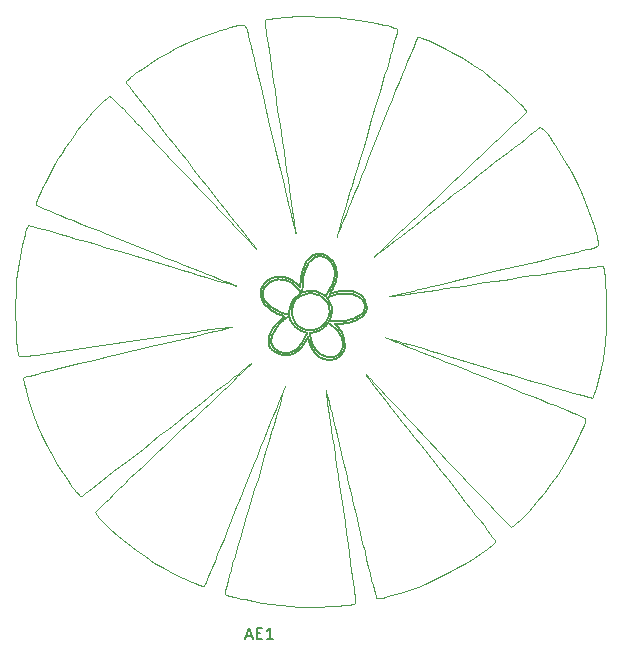
<source format=gbr>
%TF.GenerationSoftware,KiCad,Pcbnew,8.0.4+dfsg-1*%
%TF.CreationDate,2024-08-07T14:19:07+02:00*%
%TF.ProjectId,EMC_antenna,454d435f-616e-4746-956e-6e612e6b6963,rev?*%
%TF.SameCoordinates,Original*%
%TF.FileFunction,Legend,Top*%
%TF.FilePolarity,Positive*%
%FSLAX46Y46*%
G04 Gerber Fmt 4.6, Leading zero omitted, Abs format (unit mm)*
G04 Created by KiCad (PCBNEW 8.0.4+dfsg-1) date 2024-08-07 14:19:07*
%MOMM*%
%LPD*%
G01*
G04 APERTURE LIST*
%ADD10C,0.150000*%
%ADD11C,0.200000*%
%TA.AperFunction,Profile*%
%ADD12C,0.100000*%
%TD*%
G04 APERTURE END LIST*
D10*
X141608712Y-117643604D02*
X142084902Y-117643604D01*
X141513474Y-117929319D02*
X141846807Y-116929319D01*
X141846807Y-116929319D02*
X142180140Y-117929319D01*
X142513474Y-117405509D02*
X142846807Y-117405509D01*
X142989664Y-117929319D02*
X142513474Y-117929319D01*
X142513474Y-117929319D02*
X142513474Y-116929319D01*
X142513474Y-116929319D02*
X142989664Y-116929319D01*
X143942045Y-117929319D02*
X143370617Y-117929319D01*
X143656331Y-117929319D02*
X143656331Y-116929319D01*
X143656331Y-116929319D02*
X143561093Y-117072176D01*
X143561093Y-117072176D02*
X143465855Y-117167414D01*
X143465855Y-117167414D02*
X143370617Y-117215033D01*
D11*
%TO.C,AE1*%
X142885379Y-88394500D02*
X142871941Y-88479847D01*
X142890392Y-88872238D02*
X142908306Y-88959196D01*
X142903819Y-88313834D02*
X142890784Y-88366907D01*
X142950511Y-89084064D02*
X142968143Y-89125634D01*
X142963608Y-88134078D02*
X142936790Y-88201513D01*
X142968143Y-89125634D02*
X143088293Y-89349794D01*
X143062643Y-87938804D02*
X143021088Y-88011451D01*
X143088293Y-89349794D02*
X143257413Y-89573724D01*
X143257413Y-89573724D02*
X143471053Y-89792284D01*
X143471053Y-89792284D02*
X143724753Y-90000324D01*
X143584605Y-92264422D02*
X143551661Y-92395412D01*
X143609713Y-93105614D02*
X143693323Y-93237483D01*
X143693323Y-93237483D02*
X143709993Y-93263774D01*
X143707703Y-91934104D02*
X143658179Y-92044440D01*
X143709993Y-93263774D02*
X143848573Y-93410754D01*
X143724753Y-90000324D02*
X143848583Y-90087354D01*
X143794557Y-87340470D02*
X143794551Y-87340455D01*
X143842059Y-87321978D02*
X143794551Y-87340455D01*
X143848573Y-93410754D02*
X144022193Y-93543604D01*
X143848583Y-90087354D02*
X143990798Y-90181939D01*
X143849673Y-92158864D02*
X143873303Y-92100426D01*
X143984931Y-91452718D02*
X143914724Y-91557360D01*
X143990798Y-90181939D02*
X143985383Y-90175494D01*
X144022193Y-93543604D02*
X144227546Y-93659380D01*
X144053037Y-91360262D02*
X143997786Y-91433612D01*
X144057879Y-90218109D02*
X144097633Y-90241904D01*
X144097633Y-90241904D02*
X144135823Y-90263574D01*
X144135823Y-90263574D02*
X144265923Y-90329784D01*
X144174123Y-91210164D02*
X144053037Y-91360262D01*
X144229051Y-87230658D02*
X144176947Y-87238066D01*
X144265923Y-90329784D02*
X144413103Y-90401078D01*
X144296663Y-90117484D02*
X144049412Y-89982738D01*
X144404351Y-90394338D02*
X144525323Y-90445024D01*
X144490753Y-90207114D02*
X144296663Y-90117484D01*
X144525323Y-90445024D02*
X144586463Y-90469194D01*
X144557255Y-90234688D02*
X144490753Y-90207114D01*
X144586463Y-90469194D02*
X144821753Y-90548454D01*
X144690143Y-87448994D02*
X144859320Y-87479711D01*
X144712510Y-90942156D02*
X144775223Y-90889664D01*
X144775223Y-90889664D02*
X144972093Y-90731674D01*
X144821753Y-90548454D02*
X144860243Y-90560774D01*
X144860243Y-90560774D02*
X144876253Y-90566764D01*
X144864153Y-90576824D02*
X144834942Y-90599011D01*
X144876253Y-90566764D02*
X144864153Y-90576824D01*
X144972093Y-90731674D02*
X145084636Y-90648933D01*
X144979943Y-90371384D02*
X144886767Y-90347581D01*
X144993209Y-87290328D02*
X144886927Y-87264162D01*
X145075944Y-90395177D02*
X144979943Y-90371384D01*
X145101260Y-87543990D02*
X145173337Y-87571449D01*
X145286524Y-90298528D02*
X145286993Y-90409364D01*
X145286993Y-90409364D02*
X145280573Y-90431983D01*
X145306978Y-87402645D02*
X145229825Y-87368857D01*
X145330756Y-90671444D02*
X145339043Y-90703084D01*
X145339043Y-90703084D02*
X145369205Y-90808073D01*
X145359393Y-89712424D02*
X145333935Y-89815676D01*
X145385717Y-90855919D02*
X145408711Y-90913874D01*
X145495363Y-89963944D02*
X145558027Y-89696114D01*
X145558027Y-89696114D02*
X145573523Y-89629884D01*
X145559593Y-93758594D02*
X145586118Y-93747972D01*
X145573523Y-89629884D02*
X145704993Y-89334914D01*
X145586118Y-93747972D02*
X145700376Y-93696700D01*
X145704993Y-89334914D02*
X145885433Y-89086604D01*
X145885433Y-89086604D02*
X146110514Y-88892483D01*
X145899976Y-93343799D02*
X145826879Y-93405501D01*
X146185841Y-88398565D02*
X146229483Y-88461874D01*
X146193294Y-88096503D02*
X146194933Y-88109094D01*
X146193294Y-88096503D02*
X146214901Y-88098626D01*
X146214901Y-88098626D02*
X146212213Y-88125964D01*
X146216343Y-88026894D02*
X146215073Y-88096874D01*
X146229483Y-88461874D02*
X146232773Y-88504174D01*
X146232773Y-88504174D02*
X146239933Y-88580864D01*
X146239933Y-88580864D02*
X146243793Y-88615254D01*
X146243793Y-88615254D02*
X146191280Y-88641853D01*
X146297480Y-92894096D02*
X146266861Y-92936366D01*
X146306123Y-87168724D02*
X146263612Y-87414755D01*
X146343813Y-86994164D02*
X146306123Y-87168724D01*
X146362443Y-86920124D02*
X146343813Y-86994164D01*
X146384343Y-86835504D02*
X146362443Y-86920124D01*
X146402883Y-88457024D02*
X146397289Y-88361138D01*
X146407083Y-88512294D02*
X146402883Y-88457024D01*
X146410953Y-88537714D02*
X146407083Y-88512294D01*
X146412203Y-86734942D02*
X146384343Y-86835504D01*
X146415564Y-88543846D02*
X146410953Y-88537714D01*
X146438796Y-87475547D02*
X146450553Y-87398764D01*
X146450553Y-87398764D02*
X146484773Y-87213674D01*
X146484773Y-87213674D02*
X146536473Y-86996814D01*
X146535233Y-88506914D02*
X146421850Y-88542937D01*
X146536473Y-86996814D02*
X146561753Y-86898974D01*
X146561753Y-86898974D02*
X146576843Y-86846094D01*
X146572436Y-88495909D02*
X146535233Y-88506914D01*
X146576843Y-86846094D02*
X146637618Y-86654642D01*
X146679223Y-92676254D02*
X146756813Y-92528006D01*
X146710973Y-92126724D02*
X146630946Y-92304831D01*
X146731363Y-92078454D02*
X146710973Y-92126724D01*
X146736963Y-85949604D02*
X146682683Y-86045221D01*
X146753521Y-92026021D02*
X146731363Y-92078454D01*
X146756813Y-92528006D02*
X146786683Y-92470934D01*
X146786683Y-92470934D02*
X146871356Y-92293747D01*
X146793382Y-85862356D02*
X146736963Y-85949604D01*
X146850762Y-88436174D02*
X146766654Y-88448934D01*
X146896427Y-92380017D02*
X146909903Y-92447134D01*
X146909903Y-92447134D02*
X146923083Y-92510614D01*
X146923083Y-92510614D02*
X146955130Y-92652689D01*
X146981813Y-92748614D02*
X147014611Y-92860937D01*
X147024423Y-91965844D02*
X147048513Y-91965787D01*
X147024423Y-91985064D02*
X147024423Y-91965844D01*
X147040853Y-92111284D02*
X147026660Y-92016900D01*
X147061788Y-92246044D02*
X147040853Y-92111284D01*
X147084260Y-93044857D02*
X147106013Y-93095027D01*
X147105493Y-92477511D02*
X147104193Y-92465624D01*
X147128363Y-92563494D02*
X147105493Y-92477511D01*
X147146583Y-92632254D02*
X147128363Y-92563494D01*
X147157553Y-92669274D02*
X147146583Y-92632254D01*
X147174068Y-92717465D02*
X147157553Y-92669274D01*
X147227333Y-92872884D02*
X147174068Y-92717465D01*
X147306233Y-85643364D02*
X147475634Y-85546161D01*
X147383803Y-93198627D02*
X147387683Y-93202014D01*
X147391733Y-85594304D02*
X147478149Y-85554632D01*
X147433789Y-93278127D02*
X147442893Y-93291044D01*
X147442893Y-93291044D02*
X147383803Y-93198627D01*
X147463093Y-88438554D02*
X147391335Y-88427518D01*
X147512613Y-93389974D02*
X147433789Y-93278127D01*
X147521593Y-88448784D02*
X147463093Y-88438554D01*
X147572103Y-88459644D02*
X147521593Y-88448784D01*
X147673133Y-88485764D02*
X147583982Y-88462715D01*
X147690690Y-91818110D02*
X147771853Y-91784218D01*
X147716343Y-93904404D02*
X147745694Y-93926519D01*
X147769523Y-93944474D02*
X147832643Y-93989464D01*
X147832643Y-93989464D02*
X147907684Y-94039004D01*
X147990131Y-91664322D02*
X148067543Y-91612524D01*
X148067543Y-91612524D02*
X148173002Y-91535808D01*
X148137893Y-94158093D02*
X148170293Y-94171344D01*
X148170293Y-94171344D02*
X148219043Y-94189224D01*
X148339683Y-88836504D02*
X148269283Y-88782889D01*
X148354953Y-88818444D02*
X148339683Y-88836504D01*
X148355333Y-91371114D02*
X148466218Y-91245733D01*
X148424440Y-88728968D02*
X148354953Y-88818444D01*
X148466218Y-91245733D02*
X148472133Y-91239044D01*
X148472133Y-91239044D02*
X148540175Y-91144523D01*
X148476715Y-89321367D02*
X148606553Y-89576354D01*
X148523033Y-89015484D02*
X148509223Y-88995654D01*
X148540175Y-91144523D02*
X148538513Y-91145164D01*
X148558537Y-89059657D02*
X148523033Y-89015484D01*
X148588991Y-91066696D02*
X148591833Y-91080054D01*
X148591833Y-91080054D02*
X148593013Y-91112154D01*
X148593013Y-91112154D02*
X148594783Y-91151344D01*
X148593391Y-88952164D02*
X148800376Y-88866601D01*
X148594783Y-91151344D02*
X148604984Y-91160644D01*
X148606553Y-89576354D02*
X148680963Y-89864754D01*
X148680963Y-89864754D02*
X148697633Y-90171674D01*
X148691713Y-90970204D02*
X148654884Y-90966365D01*
X148697633Y-90171674D02*
X148654322Y-90482269D01*
X148738402Y-90796955D02*
X148756457Y-90754835D01*
X148744070Y-88648213D02*
X148754063Y-88630114D01*
X148751273Y-88247674D02*
X148599556Y-88490983D01*
X148754063Y-88630114D02*
X148780283Y-88588674D01*
X148773813Y-90973044D02*
X148691713Y-90970204D01*
X148774063Y-88207994D02*
X148751273Y-88247674D01*
X148780283Y-88588674D02*
X148858473Y-88464904D01*
X148838196Y-90490937D02*
X148868871Y-90353142D01*
X148843036Y-88614457D02*
X148746206Y-88648756D01*
X148858473Y-88464904D02*
X148911626Y-88375123D01*
X148861513Y-88042674D02*
X148774063Y-88207994D01*
X148940845Y-87873234D02*
X148861513Y-88042674D01*
X148954423Y-87837754D02*
X148923181Y-87909558D01*
X148963956Y-87814170D02*
X148954423Y-87837754D01*
X148970586Y-90982566D02*
X148773813Y-90973044D01*
X149013643Y-88191552D02*
X149108323Y-87977924D01*
X149023713Y-94014184D02*
X148877474Y-94045188D01*
X149067120Y-94002746D02*
X149023713Y-94014184D01*
X149087482Y-88766023D02*
X149132713Y-88752554D01*
X149092843Y-88532824D02*
X149039700Y-88549233D01*
X149108323Y-87977924D02*
X149148071Y-87878927D01*
X149119424Y-91218194D02*
X149144603Y-91215304D01*
X149132713Y-88752554D02*
X149262993Y-88718434D01*
X149144603Y-91215304D02*
X149213780Y-91216233D01*
X149161963Y-88514664D02*
X149092843Y-88532824D01*
X149165713Y-86232564D02*
X149145463Y-86184954D01*
X149196533Y-86311874D02*
X149165713Y-86232564D01*
X149228553Y-86407094D02*
X149169619Y-86231839D01*
X149236465Y-88496132D02*
X149161963Y-88514664D01*
X149262993Y-88718434D02*
X149306863Y-88708154D01*
X149285493Y-91365634D02*
X149120120Y-91219856D01*
X149306863Y-88708154D02*
X149354713Y-88697434D01*
X149354713Y-88697434D02*
X149494293Y-88670794D01*
X149375549Y-91452531D02*
X149285493Y-91365634D01*
X149467905Y-91555958D02*
X149376565Y-91454300D01*
X149494293Y-88670794D02*
X149757450Y-88636620D01*
X149605943Y-88427754D02*
X149523529Y-88439823D01*
X149617613Y-91751534D02*
X149437067Y-91510257D01*
X149714920Y-91899813D02*
X149617613Y-91751534D01*
X149730643Y-93798484D02*
X149766755Y-93750791D01*
X149776188Y-90971598D02*
X149605977Y-90982862D01*
X149787863Y-93722914D02*
X149845450Y-93635690D01*
X149861388Y-92196019D02*
X149813170Y-92084386D01*
X150007403Y-90934464D02*
X149920624Y-90948703D01*
X150060583Y-90924914D02*
X150007403Y-90934464D01*
X150226518Y-91117430D02*
X150267953Y-91108024D01*
X150267953Y-91108024D02*
X150311813Y-91097924D01*
X150283913Y-90876304D02*
X150060583Y-90924914D01*
X150302513Y-88638414D02*
X150422381Y-88654462D01*
X150311813Y-91097924D02*
X150399972Y-91076795D01*
X150325113Y-90866234D02*
X150283913Y-90876304D01*
X150446083Y-90833184D02*
X150325113Y-90866234D01*
X150469986Y-91056569D02*
X150507201Y-91045441D01*
X150504563Y-90815294D02*
X150446083Y-90833184D01*
X150581577Y-90791494D02*
X150504563Y-90815294D01*
X150602943Y-88464684D02*
X150366313Y-88425193D01*
X150671783Y-90760274D02*
X150660173Y-90765554D01*
X150695169Y-88711214D02*
X150719936Y-88718501D01*
X150761133Y-90727774D02*
X150671783Y-90760274D01*
X150785053Y-90718164D02*
X150761133Y-90727774D01*
X150818273Y-90940488D02*
X150851523Y-90928824D01*
X150821343Y-88522104D02*
X150602943Y-88464684D01*
X150851523Y-90928824D02*
X150996509Y-90868262D01*
X150904102Y-90669138D02*
X150785053Y-90718164D01*
X150910571Y-88782447D02*
X150969328Y-88807069D01*
X151021023Y-88597134D02*
X150821343Y-88522104D01*
X151201493Y-88689494D02*
X151021023Y-88597134D01*
X151362233Y-88798884D02*
X151201493Y-88689494D01*
X151409783Y-90364254D02*
X151283540Y-90464576D01*
X151502763Y-88925004D02*
X151362233Y-88798884D01*
X151514813Y-90256024D02*
X151409783Y-90364254D01*
X151535103Y-89262864D02*
X151613820Y-89412064D01*
X151596202Y-90142775D02*
X151514813Y-90256024D01*
X151612553Y-89409664D02*
X151660016Y-89534662D01*
X151613820Y-89412064D02*
X151612553Y-89409664D01*
X151622573Y-89067554D02*
X151502763Y-88925004D01*
X151651493Y-90027424D02*
X151596202Y-90142775D01*
X151660016Y-89534662D02*
X151661073Y-89535544D01*
X151721153Y-89226244D02*
X151638972Y-89093953D01*
X142885379Y-88394500D02*
G75*
G02*
X142890784Y-88366907I373544J-58845D01*
G01*
X142890392Y-88872238D02*
G75*
G02*
X142871941Y-88479847I975146J242483D01*
G01*
X142903819Y-88313834D02*
G75*
G02*
X142936790Y-88201513I823152J-180631D01*
G01*
X142950511Y-89084064D02*
G75*
G02*
X142908306Y-88959196I806851J342280D01*
G01*
X142963608Y-88134078D02*
G75*
G02*
X143021088Y-88011451I943256J-367356D01*
G01*
X143040532Y-87977458D02*
G75*
G02*
X143427293Y-87544054I1134907J-623497D01*
G01*
X143046103Y-88813584D02*
G75*
G02*
X143046193Y-88506824I806735J153143D01*
G01*
X143046193Y-88506824D02*
G75*
G02*
X143148613Y-88186844I1216379J-212960D01*
G01*
X143105263Y-89017204D02*
G75*
G02*
X143046103Y-88813584I1158561J447014D01*
G01*
X143148613Y-88186844D02*
G75*
G02*
X143600913Y-87688864I1111715J-555342D01*
G01*
X143197923Y-89196734D02*
G75*
G02*
X143105263Y-89017204I879555J567638D01*
G01*
X143368413Y-89424454D02*
G75*
G02*
X143197923Y-89196734I1319478J1165552D01*
G01*
X143427293Y-87544054D02*
G75*
G02*
X143794557Y-87340470I930956J-1246375D01*
G01*
X143546343Y-92929524D02*
G75*
G02*
X143551661Y-92395412I1237844J254758D01*
G01*
X143584605Y-92264422D02*
G75*
G02*
X143658179Y-92044440I1473868J-370648D01*
G01*
X143600913Y-87688864D02*
G75*
G02*
X144123863Y-87473534I838628J-1294007D01*
G01*
X143692070Y-91968933D02*
G75*
G02*
X143914724Y-91557360I2659433J-1172696D01*
G01*
X143693323Y-93237483D02*
G75*
G02*
X143546343Y-92929524I616700J483387D01*
G01*
X143753893Y-92830584D02*
G75*
G02*
X143753973Y-92528614I852875J150759D01*
G01*
X143753973Y-92528614D02*
G75*
G02*
X143873303Y-92100426I1682175J-238077D01*
G01*
X143754303Y-89779434D02*
G75*
G02*
X143368413Y-89424454I1721270J2258385D01*
G01*
X143842059Y-87321978D02*
G75*
G02*
X143937763Y-87290154I278592J-677989D01*
G01*
X143879578Y-92084910D02*
G75*
G02*
X144398643Y-91257104I2666065J-1095082D01*
G01*
X143937383Y-90146414D02*
G75*
G02*
X143990798Y-90181939I-25825J-96750D01*
G01*
X143937763Y-87290154D02*
G75*
G02*
X144176947Y-87238066I573249J-2057112D01*
G01*
X143971223Y-93251724D02*
G75*
G02*
X143753893Y-92830584I580314J566119D01*
G01*
X143984931Y-91452718D02*
G75*
G02*
X143997786Y-91433612I275578J-171538D01*
G01*
X144010119Y-91413463D02*
G75*
G02*
X144834941Y-90599010I3189400J-2405117D01*
G01*
X144033523Y-90204584D02*
G75*
G02*
X143985383Y-90175494I25667J96853D01*
G01*
X144033523Y-90204584D02*
G75*
G02*
X144057879Y-90218109I-11306J-49053D01*
G01*
X144049412Y-89982738D02*
G75*
G02*
X143754303Y-89779434I1357061J2285700D01*
G01*
X144123863Y-87473534D02*
G75*
G02*
X144339203Y-87441514I336253J-1521250D01*
G01*
X144229051Y-87230658D02*
G75*
G02*
X144650273Y-87226244I226180J-1483566D01*
G01*
X144339203Y-87441514D02*
G75*
G02*
X144859320Y-87479711I140390J-1648591D01*
G01*
X144378703Y-90384414D02*
G75*
G02*
X144404351Y-90394338I-10494J-65226D01*
G01*
X144398643Y-91257104D02*
G75*
G02*
X144712510Y-90942156I1897646J-1577264D01*
G01*
X144549243Y-93784874D02*
G75*
G02*
X144227546Y-93659380I648979J2138696D01*
G01*
X144650273Y-87226244D02*
G75*
G02*
X144886927Y-87264162I-185681J-1916334D01*
G01*
X144724703Y-90297234D02*
G75*
G02*
X144557255Y-90234688I629420J1940500D01*
G01*
X144732683Y-93827714D02*
G75*
G02*
X144549243Y-93784874I252610J1495834D01*
G01*
X144793843Y-93664444D02*
G75*
G02*
X143971223Y-93251724I222224J1469100D01*
G01*
X144886767Y-90347581D02*
G75*
G02*
X144724703Y-90297234I451724J1740084D01*
G01*
X144924075Y-87491469D02*
G75*
G02*
X145101260Y-87543990I-256766J-1191362D01*
G01*
X144993209Y-87290328D02*
G75*
G02*
X145229825Y-87368857I-355435J-1466701D01*
G01*
X145001213Y-93682944D02*
G75*
G02*
X144793843Y-93664444I24435J1445375D01*
G01*
X145084636Y-90648933D02*
G75*
G02*
X145168083Y-90632804I59720J-85044D01*
G01*
X145173337Y-87571449D02*
G75*
G02*
X145509143Y-87740164I-695753J-1803356D01*
G01*
X145208573Y-93842914D02*
G75*
G02*
X144732683Y-93827714I-186893J1605977D01*
G01*
X145280573Y-90431983D02*
G75*
G02*
X145075944Y-90395177I89217J1083253D01*
G01*
X145286524Y-90298528D02*
G75*
G02*
X145290623Y-90096184I1863415J63468D01*
G01*
X145290623Y-90096184D02*
G75*
G02*
X145333935Y-89815676I2147316J-187956D01*
G01*
X145302693Y-90656754D02*
G75*
G02*
X145168083Y-90632804I118643J1057090D01*
G01*
X145302693Y-90656754D02*
G75*
G02*
X145330756Y-90671444I2771J-28856D01*
G01*
X145306978Y-87402645D02*
G75*
G02*
X145461153Y-87479234I-662504J-1527104D01*
G01*
X145328223Y-93649224D02*
G75*
G02*
X145001213Y-93682944I-294815J1256557D01*
G01*
X145342634Y-89780394D02*
G75*
G02*
X145570284Y-89225825I1756045J-396846D01*
G01*
X145385717Y-90855919D02*
G75*
G02*
X145369205Y-90808073I517414J205336D01*
G01*
X145447863Y-93795304D02*
G75*
G02*
X145208573Y-93842914I-405916J1415008D01*
G01*
X145461153Y-87479234D02*
G75*
G02*
X145942353Y-87835044I-1166316J-2080628D01*
G01*
X145490163Y-90381764D02*
G75*
G02*
X145558027Y-89696114I1586049J189200D01*
G01*
X145509143Y-87740164D02*
G75*
G02*
X146185841Y-88398565I-1277373J-1989824D01*
G01*
X145552723Y-91186574D02*
G75*
G02*
X145408711Y-90913874I1183904J799592D01*
G01*
X145570283Y-89225824D02*
G75*
G02*
X146191280Y-88641853I1369090J-833725D01*
G01*
X145599919Y-93742445D02*
G75*
G02*
X145447863Y-93795304I-492042J1170292D01*
G01*
X145729593Y-93473774D02*
G75*
G02*
X145328223Y-93649224I-697470J1048751D01*
G01*
X145769063Y-91447864D02*
G75*
G02*
X145552723Y-91186574I1184870J1201242D01*
G01*
X145782753Y-91128864D02*
G75*
G02*
X145490163Y-90381764I1256137J922790D01*
G01*
X145826879Y-93405501D02*
G75*
G02*
X145729593Y-93473774I-571687J711178D01*
G01*
X145942353Y-87835044D02*
G75*
G02*
X146194933Y-88109094I-1916804J-2020057D01*
G01*
X145984903Y-93520284D02*
G75*
G02*
X145700376Y-93696700I-1127301J1500478D01*
G01*
X146035423Y-91387534D02*
G75*
G02*
X145782753Y-91128864I876365J1108777D01*
G01*
X146102973Y-93143694D02*
G75*
G02*
X145899976Y-93343799I-973658J784711D01*
G01*
X146102973Y-93143694D02*
G75*
G02*
X146132463Y-93108264I364264J-273206D01*
G01*
X146110514Y-88892483D02*
G75*
G02*
X146937143Y-88623554I938315J-1479272D01*
G01*
X146212213Y-88125964D02*
G75*
G02*
X146193295Y-88096503I9182J26701D01*
G01*
X146216343Y-88026894D02*
G75*
G02*
X146263613Y-87414755I4579036J-45706D01*
G01*
X146227543Y-91776264D02*
G75*
G02*
X145769063Y-91447864I790157J1587382D01*
G01*
X146266861Y-92936366D02*
G75*
G02*
X146132463Y-93108264I-1306800J883230D01*
G01*
X146314033Y-91817734D02*
G75*
G02*
X146227543Y-91776264I44653J204055D01*
G01*
X146314033Y-91817734D02*
G75*
G02*
X146342553Y-91828844I-12233J-73563D01*
G01*
X146397289Y-88361138D02*
G75*
G02*
X146438796Y-87475547I4217930J246078D01*
G01*
X146403523Y-93096704D02*
G75*
G02*
X145984903Y-93520284I-1815160J1375256D01*
G01*
X146406423Y-92727434D02*
G75*
G02*
X146297480Y-92894096I-593312J268896D01*
G01*
X146406423Y-92727434D02*
G75*
G02*
X146427233Y-92692004I203055J-95439D01*
G01*
X146412203Y-86734942D02*
G75*
G02*
X146508810Y-86446763I2025576J-518758D01*
G01*
X146444843Y-92661884D02*
G75*
G02*
X146427233Y-92692004I-60254J15020D01*
G01*
X146444843Y-92661884D02*
G75*
G02*
X146464513Y-92625904I75347J-17825D01*
G01*
X146466743Y-88528674D02*
G75*
G02*
X146421850Y-88542937I-71611J147616D01*
G01*
X146521233Y-86412374D02*
G75*
G02*
X146508813Y-86446764I-366596J112959D01*
G01*
X146521233Y-86412374D02*
G75*
G02*
X146682679Y-86045219I2121346J-713726D01*
G01*
X146572436Y-88495909D02*
G75*
G02*
X146766654Y-88448934I462298J-1486383D01*
G01*
X146630946Y-92304831D02*
G75*
G02*
X146464513Y-92625904I-3618930J1672253D01*
G01*
X146637618Y-86654642D02*
G75*
G02*
X146936459Y-86020982I2619861J-848258D01*
G01*
X146756813Y-92528006D02*
G75*
G02*
X146403523Y-93096704I-3062687J1508536D01*
G01*
X146759893Y-91947404D02*
G75*
G02*
X146342553Y-91828844I238805J1634424D01*
G01*
X146759893Y-91947404D02*
G75*
G02*
X146779833Y-91958664I3399J-17266D01*
G01*
X146779833Y-91958664D02*
G75*
G02*
X146753521Y-92026021I-170307J27710D01*
G01*
X146793382Y-85862356D02*
G75*
G02*
X147303584Y-85390156I1155067J-736294D01*
G01*
X146850762Y-88436174D02*
G75*
G02*
X147047033Y-88416254I240818J-1395885D01*
G01*
X146884003Y-92304344D02*
G75*
G02*
X146871356Y-92293747I8351J22811D01*
G01*
X146884003Y-92304344D02*
G75*
G02*
X146891403Y-92342974I-127420J-44432D01*
G01*
X146896427Y-92380017D02*
G75*
G02*
X146891403Y-92342974I170612J42002D01*
G01*
X146902133Y-91751974D02*
G75*
G02*
X146035423Y-91387534I193962J1674103D01*
G01*
X146936463Y-86020984D02*
G75*
G02*
X147475634Y-85546161I1111136J-718186D01*
G01*
X146937143Y-88623554D02*
G75*
G02*
X147245093Y-88623224I155819J-1720889D01*
G01*
X146981813Y-92748614D02*
G75*
G02*
X146955128Y-92652690I1833766J561814D01*
G01*
X147014611Y-92860937D02*
G75*
G02*
X146992622Y-92785634I497168J186037D01*
G01*
X147026660Y-92016900D02*
G75*
G02*
X147024418Y-91969212I338319J39800D01*
G01*
X147030083Y-92897934D02*
G75*
G02*
X147035053Y-92916704I-34386J-19148D01*
G01*
X147039453Y-92931324D02*
G75*
G02*
X147035053Y-92916704I17239J13160D01*
G01*
X147039453Y-92931324D02*
G75*
G02*
X147051043Y-92960164I-60648J-41122D01*
G01*
X147047033Y-88416254D02*
G75*
G02*
X147391335Y-88427519I119656J-1610106D01*
G01*
X147061953Y-92989244D02*
G75*
G02*
X147051042Y-92960164I85096J48514D01*
G01*
X147061953Y-92989244D02*
G75*
G02*
X147069663Y-93007774I-53935J-33310D01*
G01*
X147084260Y-93044857D02*
G75*
G02*
X147069667Y-93007773I293119J136757D01*
G01*
X147099003Y-92439564D02*
G75*
G02*
X147061789Y-92246044I1406776J370864D01*
G01*
X147099003Y-92439564D02*
G75*
G02*
X147104193Y-92465624I-81454J-29769D01*
G01*
X147109273Y-92491724D02*
G75*
G02*
X147105493Y-92477511I79166J28664D01*
G01*
X147203773Y-93293694D02*
G75*
G02*
X147106017Y-93095025I2145706J1179194D01*
G01*
X147245093Y-88623224D02*
G75*
G02*
X147894533Y-88810654I-152566J-1747498D01*
G01*
X147287633Y-91744064D02*
G75*
G02*
X146902133Y-91751974I-220448J1345924D01*
G01*
X147303583Y-85390154D02*
G75*
G02*
X147697053Y-85276054I529506J-1090496D01*
G01*
X147304343Y-93047444D02*
G75*
G02*
X147174068Y-92717465I1862946J926194D01*
G01*
X147383803Y-93198627D02*
G75*
G02*
X147401969Y-93227010I-31824J-40373D01*
G01*
X147387683Y-93202014D02*
G75*
G02*
X147304345Y-93047443I1328496J816014D01*
G01*
X147393973Y-91918444D02*
G75*
G02*
X147048513Y-91965787I-360540J1346771D01*
G01*
X147446283Y-93645104D02*
G75*
G02*
X147203772Y-93293694I1463786J1269554D01*
G01*
X147472933Y-85558554D02*
G75*
G02*
X147675783Y-85501691I327946J-779646D01*
G01*
X147478149Y-85554632D02*
G75*
G02*
X147453096Y-85566151I-32570J37832D01*
G01*
X147583982Y-88462715D02*
G75*
G02*
X148269284Y-88782888I-410423J-1771975D01*
G01*
X147675783Y-85501694D02*
G75*
G02*
X148016082Y-85498129I181696J-1100406D01*
G01*
X147690690Y-91818110D02*
G75*
G02*
X147393973Y-91918444I-763452J1768845D01*
G01*
X147697053Y-85276054D02*
G75*
G02*
X147954673Y-85275564I130776J-1034446D01*
G01*
X147745694Y-93926519D02*
G75*
G02*
X147446283Y-93645104I1023485J1388919D01*
G01*
X147891133Y-93759354D02*
G75*
G02*
X147433789Y-93278127I1066076J1471104D01*
G01*
X147894533Y-88810654D02*
G75*
G02*
X148476714Y-89321368I-707324J-1393486D01*
G01*
X147907684Y-94039004D02*
G75*
G02*
X147861892Y-94008776I440695J717404D01*
G01*
X147951113Y-91687524D02*
G75*
G02*
X147771849Y-91784210I-662834J1014424D01*
G01*
X147951113Y-91687524D02*
G75*
G02*
X147990133Y-91664329I58966J-54776D01*
G01*
X147954673Y-85275564D02*
G75*
G02*
X148361716Y-85380877I-146894J-1407036D01*
G01*
X148016083Y-85498124D02*
G75*
G02*
X148452103Y-85645255I-162644J-1201626D01*
G01*
X148137893Y-94158093D02*
G75*
G02*
X147936712Y-94056055I525986J1286393D01*
G01*
X148203983Y-91281244D02*
G75*
G02*
X147287633Y-91744064I-1212488J1262076D01*
G01*
X148361713Y-85380884D02*
G75*
G02*
X148955553Y-85859674I-639464J-1400786D01*
G01*
X148424440Y-88728968D02*
G75*
G02*
X148481606Y-88654927I423039J-267532D01*
G01*
X148452103Y-85645254D02*
G75*
G02*
X148618213Y-85758014I-460324J-856846D01*
G01*
X148466218Y-91245733D02*
G75*
G02*
X148173002Y-91535808I-1434798J1157101D01*
G01*
X148509223Y-88995654D02*
G75*
G02*
X148599064Y-88951152I99456J-87846D01*
G01*
X148534523Y-91152374D02*
G75*
G02*
X148540187Y-91144569I7556J474D01*
G01*
X148553133Y-94044944D02*
G75*
G02*
X147891127Y-93759362I269946J1535844D01*
G01*
X148558537Y-89059657D02*
G75*
G02*
X148869753Y-89744434I-1182708J-950623D01*
G01*
X148560033Y-88545674D02*
G75*
G02*
X148481603Y-88654924I-478554J260774D01*
G01*
X148560033Y-88545674D02*
G75*
G02*
X148582634Y-88530667I21346J-7626D01*
G01*
X148577423Y-91083884D02*
G75*
G02*
X148538514Y-91145166I-98244J19384D01*
G01*
X148577423Y-91083884D02*
G75*
G02*
X148589007Y-91066733I18956J-316D01*
G01*
X148593023Y-88515374D02*
G75*
G02*
X148582634Y-88530733I-10744J-3926D01*
G01*
X148599556Y-88490983D02*
G75*
G02*
X148634885Y-88434356I147223J-52517D01*
G01*
X148604984Y-91160644D02*
G75*
G02*
X148767171Y-91247186I-193805J-558456D01*
G01*
X148618213Y-85758014D02*
G75*
G02*
X148801995Y-85945950I-953434J-1116186D01*
G01*
X148652223Y-88927844D02*
G75*
G02*
X148593390Y-88952159I-80044J110344D01*
G01*
X148654322Y-90482269D02*
G75*
G02*
X148203983Y-91281244I-1607488J379651D01*
G01*
X148654884Y-90966365D02*
G75*
G02*
X148663773Y-90944234I16895J6065D01*
G01*
X148738402Y-90796955D02*
G75*
G02*
X148663748Y-90944177I-597523J210455D01*
G01*
X148767173Y-91247184D02*
G75*
G02*
X149350831Y-91746318I-1286794J-2095516D01*
G01*
X148782293Y-88635974D02*
G75*
G02*
X148746195Y-88648810I-28714J23574D01*
G01*
X148802003Y-85945944D02*
G75*
G02*
X149034629Y-86359482I-1206624J-950956D01*
G01*
X148838196Y-90490937D02*
G75*
G02*
X148756458Y-90754835I-1297877J257387D01*
G01*
X148869753Y-89744434D02*
G75*
G02*
X148868869Y-90353142I-1603684J-302026D01*
G01*
X148877474Y-94045188D02*
G75*
G02*
X148553131Y-94044953I-161495J933988D01*
G01*
X148877493Y-88602014D02*
G75*
G02*
X148843037Y-88614461I-130814J308214D01*
G01*
X148877493Y-88602014D02*
G75*
G02*
X149039700Y-88549235I485186J-1215486D01*
G01*
X148901413Y-88392374D02*
G75*
G02*
X148911636Y-88375134I31666J-7126D01*
G01*
X148907993Y-88823724D02*
G75*
G02*
X148800377Y-88866604I-429614J921724D01*
G01*
X148907993Y-88823724D02*
G75*
G02*
X148925343Y-88818867I18586J-32976D01*
G01*
X148923181Y-87909558D02*
G75*
G02*
X148940824Y-87873216I82798J-17742D01*
G01*
X148942693Y-88813804D02*
G75*
G02*
X148925344Y-88818884I-18614J31404D01*
G01*
X148942693Y-88813804D02*
G75*
G02*
X149087480Y-88766015I284786J-619596D01*
G01*
X148955553Y-85859674D02*
G75*
G02*
X149145461Y-86184955I-1203174J-920526D01*
G01*
X149013643Y-88191552D02*
G75*
G02*
X148911297Y-88375416I-1476664J701552D01*
G01*
X149034623Y-86359484D02*
G75*
G02*
X149086380Y-86528735I-1525744J-559116D01*
G01*
X149058273Y-94218284D02*
G75*
G02*
X148219040Y-94189231I-374694J1312184D01*
G01*
X149066073Y-87504564D02*
G75*
G02*
X148963956Y-87814170I-2267068J576101D01*
G01*
X149086383Y-86528734D02*
G75*
G02*
X149130913Y-86769394I-2078738J-509085D01*
G01*
X149130683Y-87152854D02*
G75*
G02*
X149066073Y-87504564I-2474174J272722D01*
G01*
X149130913Y-86769394D02*
G75*
G02*
X149130683Y-87152854I-1507814J-190826D01*
G01*
X149163453Y-91258054D02*
G75*
G02*
X149120131Y-91219851I19126J65354D01*
G01*
X149169619Y-86231839D02*
G75*
G02*
X149306673Y-86795824I-2155891J-822548D01*
G01*
X149236465Y-88496132D02*
G75*
G02*
X149488870Y-88444897I672114J-2663768D01*
G01*
X149241653Y-87575944D02*
G75*
G02*
X149148071Y-87878927I-2151862J498699D01*
G01*
X149245413Y-94152454D02*
G75*
G02*
X149058275Y-94218292I-570834J1323654D01*
G01*
X149257663Y-93930714D02*
G75*
G02*
X149067119Y-94002743I-441284J879314D01*
G01*
X149303613Y-87213674D02*
G75*
G02*
X149241653Y-87575944I-3120714J347310D01*
G01*
X149306673Y-86795824D02*
G75*
G02*
X149303613Y-87213674I-1784944J-195866D01*
G01*
X149379963Y-91780724D02*
G75*
G02*
X149350821Y-91746326I354916J330224D01*
G01*
X149379963Y-91780724D02*
G75*
G02*
X149482269Y-91920881I-691784J-612376D01*
G01*
X149390603Y-93859604D02*
G75*
G02*
X149257661Y-93930710I-701924J1152504D01*
G01*
X149390603Y-93859604D02*
G75*
G02*
X149419425Y-93843228I159576J-247296D01*
G01*
X149409363Y-91490804D02*
G75*
G02*
X149376546Y-91454311I72616J98304D01*
G01*
X149482263Y-91920884D02*
G75*
G02*
X149696585Y-92312243I-1891684J-1290316D01*
G01*
X149496973Y-91590314D02*
G75*
G02*
X149437060Y-91510261I337606J315114D01*
G01*
X149512903Y-94003684D02*
G75*
G02*
X149245413Y-94152454I-943624J1381784D01*
G01*
X149523529Y-88439823D02*
G75*
G02*
X150002093Y-88405238I433850J-2674977D01*
G01*
X149593743Y-93688254D02*
G75*
G02*
X149419431Y-93843237I-486764J371954D01*
G01*
X149605977Y-90982862D02*
G75*
G02*
X148970586Y-90982569I-315898J3896362D01*
G01*
X149696583Y-92312244D02*
G75*
G02*
X149762931Y-92497365I-1321704J-578156D01*
G01*
X149727453Y-91922294D02*
G75*
G02*
X149714918Y-91899813I32926J33094D01*
G01*
X149727453Y-91922294D02*
G75*
G02*
X149813175Y-92084384I-1249674J-764606D01*
G01*
X149757450Y-88636620D02*
G75*
G02*
X150345505Y-88644173I265129J-2253780D01*
G01*
X149762933Y-92497364D02*
G75*
G02*
X149833392Y-92983964I-1776234J-505596D01*
G01*
X149765473Y-91194024D02*
G75*
G02*
X149213780Y-91216238I-432194J3871924D01*
G01*
X149766755Y-93750791D02*
G75*
G02*
X149512911Y-94003695I-877276J626691D01*
G01*
X149815293Y-93216664D02*
G75*
G02*
X149593741Y-93688252I-940274J153904D01*
G01*
X149821303Y-93672264D02*
G75*
G02*
X149845443Y-93635680I62276J-14836D01*
G01*
X149833393Y-92983964D02*
G75*
G02*
X149815293Y-93216664I-1352714J-11836D01*
G01*
X149861388Y-92196019D02*
G75*
G02*
X150004690Y-93106434I-1648609J-725981D01*
G01*
X149877123Y-90959214D02*
G75*
G02*
X149776188Y-90971586I-100944J405614D01*
G01*
X149877123Y-90959214D02*
G75*
G02*
X149920623Y-90948700I128056J-434586D01*
G01*
X149980353Y-93264274D02*
G75*
G02*
X149838944Y-93641225I-1086514J192594D01*
G01*
X150002093Y-88405234D02*
G75*
G02*
X150366313Y-88425194I21386J-2942766D01*
G01*
X150004693Y-93106434D02*
G75*
G02*
X149980351Y-93264274I-1798914J196634D01*
G01*
X150226518Y-91117430D02*
G75*
G02*
X149765474Y-91194029I-855839J3725430D01*
G01*
X150422381Y-88654462D02*
G75*
G02*
X150573694Y-88681661I-297002J-2086738D01*
G01*
X150469986Y-91056569D02*
G75*
G02*
X150399972Y-91076793I-400607J1255569D01*
G01*
X150573693Y-88681664D02*
G75*
G02*
X150695170Y-88711210I-217014J-1156736D01*
G01*
X150626593Y-90774954D02*
G75*
G02*
X150581579Y-90791507I-60614J95354D01*
G01*
X150626593Y-90774954D02*
G75*
G02*
X150641302Y-90770544I13186J-17246D01*
G01*
X150657373Y-90997484D02*
G75*
G02*
X150507199Y-91045432I-300294J681384D01*
G01*
X150657373Y-90997484D02*
G75*
G02*
X150676993Y-90992658I19606J-37416D01*
G01*
X150660173Y-90765554D02*
G75*
G02*
X150641303Y-90770545I-19394J35154D01*
G01*
X150671783Y-90760274D02*
G75*
G02*
X150709282Y-90746631I133696J-309126D01*
G01*
X150690683Y-90987354D02*
G75*
G02*
X150676992Y-90992670I-11704J9854D01*
G01*
X150690683Y-90987354D02*
G75*
G02*
X150703370Y-90982099I11096J-8846D01*
G01*
X150719936Y-88718501D02*
G75*
G02*
X150910569Y-88782452I-313157J-1249599D01*
G01*
X150738953Y-90968864D02*
G75*
G02*
X150703375Y-90982089I-45474J67864D01*
G01*
X150738953Y-90968864D02*
G75*
G02*
X150776022Y-90955634I46426J-71536D01*
G01*
X150791963Y-90951434D02*
G75*
G02*
X150776021Y-90955670I-13884J20134D01*
G01*
X150791963Y-90951434D02*
G75*
G02*
X150818275Y-90940498I41016J-61566D01*
G01*
X150969328Y-88807069D02*
G75*
G02*
X151264944Y-88979052I-509449J-1215731D01*
G01*
X151264943Y-88979054D02*
G75*
G02*
X151480880Y-89186176I-654564J-898546D01*
G01*
X151283540Y-90464576D02*
G75*
G02*
X150904099Y-90669132I-1170961J1717876D01*
G01*
X151435093Y-90615044D02*
G75*
G02*
X150996505Y-90868253I-1351114J1833844D01*
G01*
X151480883Y-89186174D02*
G75*
G02*
X151613826Y-89412061I-797504J-621426D01*
G01*
X151637073Y-90421434D02*
G75*
G02*
X151435097Y-90615049I-898394J735034D01*
G01*
X151638972Y-89093953D02*
G75*
G02*
X151864422Y-89789414I-985193J-703647D01*
G01*
X151660016Y-89534662D02*
G75*
G02*
X151655704Y-89523429I9163J9962D01*
G01*
X151661073Y-89535544D02*
G75*
G02*
X151666330Y-89551464I-11594J-12656D01*
G01*
X151671143Y-89576284D02*
G75*
G02*
X151666388Y-89551474I62736J24884D01*
G01*
X151671143Y-89576284D02*
G75*
G02*
X151692336Y-89835131I-557264J-175916D01*
G01*
X151692353Y-89835134D02*
G75*
G02*
X151586846Y-90162273I-727774J54134D01*
G01*
X151820363Y-90088244D02*
G75*
G02*
X151637075Y-90421436I-933384J296444D01*
G01*
X151864433Y-89789414D02*
G75*
G02*
X151820356Y-90088242I-1064954J4414D01*
G01*
%TD*%
D12*
%TO.C,AE1*%
X122095379Y-90333310D02*
X122114329Y-91353790D01*
X122100009Y-89302550D02*
X122095379Y-90333310D01*
X122111829Y-88805440D02*
X122100009Y-89302550D01*
X122114329Y-91353790D02*
X122131979Y-91838060D01*
X122130359Y-88332300D02*
X122111829Y-88805440D01*
X122131979Y-91838060D02*
X122154719Y-92293220D01*
X122154719Y-92293220D02*
X122182279Y-92710430D01*
X122155849Y-87891980D02*
X122130359Y-88332300D01*
X122182279Y-92710430D02*
X122214399Y-93080830D01*
X122188569Y-87493320D02*
X122155849Y-87891980D01*
X122214399Y-93080830D02*
X122250809Y-93395580D01*
X122250809Y-93395580D02*
X122291239Y-93645840D01*
X122291239Y-93645840D02*
X122335419Y-93822750D01*
X122335419Y-93822750D02*
X122383079Y-93917470D01*
X122383079Y-93917470D02*
X122422899Y-93944020D01*
X122385429Y-86002490D02*
X122188569Y-87493320D01*
X122422899Y-93944020D02*
X122486889Y-93960610D01*
X122486889Y-93960610D02*
X122583389Y-93966670D01*
X122583389Y-93966670D02*
X122720739Y-93961650D01*
X122660269Y-84538050D02*
X122385429Y-86002490D01*
X122720739Y-93961650D02*
X122907289Y-93944980D01*
X122733699Y-84210590D02*
X122660269Y-84538050D01*
X122773069Y-95952880D02*
X122790889Y-96069090D01*
X122773789Y-95800560D02*
X122773069Y-95952880D01*
X122790889Y-96069090D02*
X122821709Y-96219580D01*
X122807019Y-83907810D02*
X122733699Y-84210590D01*
X122818669Y-95717040D02*
X122773789Y-95800560D01*
X122821709Y-96219580D02*
X122866169Y-96410060D01*
X122866169Y-96410060D02*
X122868866Y-96420901D01*
X122868056Y-96417643D02*
X122988694Y-96902205D01*
X122868866Y-96420901D02*
X122924919Y-96646200D01*
X122874779Y-95695870D02*
X122818669Y-95717040D01*
X122879249Y-83634310D02*
X122807019Y-83907810D01*
X122907289Y-93944980D02*
X123151369Y-93916110D01*
X122924919Y-96646200D02*
X122868056Y-96417643D01*
X122949369Y-83394690D02*
X122879249Y-83634310D01*
X122988694Y-96902205D02*
X123264986Y-97861919D01*
X123016409Y-83193560D02*
X122949369Y-83394690D01*
X123018759Y-95654110D02*
X122874779Y-95695870D01*
X123079349Y-83035520D02*
X123016409Y-83193560D01*
X123137219Y-82925170D02*
X123079349Y-83035520D01*
X123151369Y-93916110D02*
X123461339Y-93874480D01*
X123188999Y-82867120D02*
X123137219Y-82925170D01*
X123233759Y-82866930D02*
X123188999Y-82867120D01*
X123246049Y-95592900D02*
X123018759Y-95654110D01*
X123264986Y-97861919D02*
X123580788Y-98809367D01*
X123338759Y-82885700D02*
X123233759Y-82866930D01*
X123461339Y-93874480D02*
X123845519Y-93819510D01*
X123505599Y-82923880D02*
X123338759Y-82885700D01*
X123552099Y-95513340D02*
X123246049Y-95592900D01*
X123580788Y-98809367D02*
X123935558Y-99742923D01*
X123735859Y-82981930D02*
X123505599Y-82923880D01*
X123832769Y-81004400D02*
X123834159Y-81094330D01*
X123834159Y-81094330D02*
X123861029Y-81152880D01*
X123845519Y-93819510D02*
X128832059Y-93093680D01*
X123860599Y-80873080D02*
X123832769Y-81004400D01*
X123861029Y-81152880D02*
X123913589Y-81180890D01*
X123913589Y-81180890D02*
X124050429Y-81242160D01*
X123921339Y-80690320D02*
X123860599Y-80873080D01*
X123932329Y-95416550D02*
X123552099Y-95513340D01*
X123935558Y-99742923D02*
X124328687Y-100660985D01*
X124018699Y-80446110D02*
X123921339Y-80690320D01*
X124031139Y-83060300D02*
X123735859Y-82981930D01*
X124050429Y-81242160D02*
X124267189Y-81334920D01*
X124156409Y-80130430D02*
X124018699Y-80446110D01*
X124241559Y-79942650D02*
X124156409Y-80130430D01*
X124267189Y-81334920D02*
X124559489Y-81457410D01*
X124328687Y-100660985D02*
X124759501Y-101561977D01*
X124338179Y-79733240D02*
X124241559Y-79942650D01*
X124382199Y-95303660D02*
X123932329Y-95416550D01*
X124393029Y-83159450D02*
X124031139Y-83060300D01*
X124446739Y-79500950D02*
X124338179Y-79733240D01*
X124559489Y-81457410D02*
X124922989Y-81607850D01*
X124567709Y-79244520D02*
X124446739Y-79500950D01*
X124759501Y-101561977D02*
X124991125Y-102004362D01*
X124823129Y-83279840D02*
X124393029Y-83159450D01*
X124897149Y-95175780D02*
X124382199Y-95303660D01*
X124922989Y-81607850D02*
X125353309Y-81784470D01*
X124989179Y-78401930D02*
X124567709Y-79244520D01*
X124991125Y-102004362D02*
X125710199Y-103236910D01*
X125323039Y-83421920D02*
X124823129Y-83279840D01*
X125353309Y-81784470D02*
X125846099Y-81985520D01*
X125452219Y-77579790D02*
X124989179Y-78401930D01*
X125472619Y-95034030D02*
X124897149Y-95175780D01*
X125710199Y-103236910D02*
X126525399Y-104462800D01*
X125713479Y-77152630D02*
X125452219Y-77579790D01*
X125846099Y-81985520D02*
X126396979Y-82209210D01*
X125894339Y-83586140D02*
X125323039Y-83421920D01*
X126002119Y-76702080D02*
X125713479Y-77152630D01*
X126104049Y-94879530D02*
X125472619Y-95034030D01*
X126323799Y-76218620D02*
X126002119Y-76702080D01*
X126396979Y-82209210D02*
X127001599Y-82453780D01*
X126525399Y-104462800D02*
X126721029Y-104735390D01*
X126538619Y-83772970D02*
X125894339Y-83586140D01*
X126684179Y-75692770D02*
X126323799Y-76218620D01*
X126721029Y-104735390D02*
X126907199Y-104985650D01*
X126786889Y-94713400D02*
X126104049Y-94879530D01*
X126907199Y-104985650D02*
X127080819Y-105209220D01*
X127001599Y-82453780D02*
X127655579Y-82717470D01*
X127015619Y-75222850D02*
X126684179Y-75692770D01*
X127080819Y-105209220D02*
X127238799Y-105401710D01*
X127238799Y-105401710D02*
X127378039Y-105558740D01*
X127257489Y-83982860D02*
X126538619Y-83772970D01*
X127333179Y-74789810D02*
X127015619Y-75222850D01*
X127378039Y-105558740D02*
X127495449Y-105675930D01*
X127495449Y-105675930D02*
X127587929Y-105748900D01*
X127516579Y-94536760D02*
X126786889Y-94713400D01*
X127587929Y-105748900D02*
X127652399Y-105773270D01*
X127642679Y-74386610D02*
X127333179Y-74789810D01*
X127652399Y-105773270D02*
X127705089Y-105743270D01*
X127655579Y-82717470D02*
X128354579Y-82998500D01*
X127705089Y-105743270D02*
X127829649Y-105656100D01*
X127829649Y-105656100D02*
X128022329Y-105514690D01*
X127949959Y-74006220D02*
X127642679Y-74386610D01*
X128022329Y-105514690D02*
X128279339Y-105321950D01*
X128052539Y-84216260D02*
X127257489Y-83982860D01*
X128279339Y-105321950D02*
X128596919Y-105080810D01*
X128288559Y-94350720D02*
X127516579Y-94536760D01*
X128354579Y-82998500D02*
X129094219Y-83295110D01*
X128581189Y-73285750D02*
X127949959Y-74006220D01*
X128596919Y-105080810D02*
X128971289Y-104794200D01*
X128832059Y-93093680D02*
X136409369Y-91988280D01*
X128845649Y-107134590D02*
X128852049Y-107175370D01*
X128852049Y-107175370D02*
X128881799Y-107236120D01*
X128881799Y-107236120D02*
X128933229Y-107315070D01*
X128882209Y-107088780D02*
X128845649Y-107134590D01*
X128925359Y-84473630D02*
X128052539Y-84216260D01*
X128933229Y-107315070D02*
X129004669Y-107410480D01*
X128971289Y-104794200D02*
X129398689Y-104465040D01*
X128984289Y-106981430D02*
X128882209Y-107088780D01*
X129004669Y-107410480D02*
X129200889Y-107643660D01*
X129094219Y-83295110D02*
X129870139Y-83605520D01*
X129098269Y-94156410D02*
X128288559Y-94350720D01*
X129148509Y-106815750D02*
X128984289Y-106981430D01*
X129200889Y-107643660D02*
X129457099Y-107921650D01*
X129273539Y-72572170D02*
X128581189Y-73285750D01*
X129371519Y-106595000D02*
X129148509Y-106815750D01*
X129398689Y-104465040D02*
X129875329Y-104096250D01*
X129452559Y-72397720D02*
X129273539Y-72572170D01*
X129457099Y-107921650D02*
X130096079Y-108555970D01*
X129604889Y-72254500D02*
X129452559Y-72397720D01*
X129649939Y-106322410D02*
X129371519Y-106595000D01*
X129733059Y-72140570D02*
X129604889Y-72254500D01*
X129839589Y-72054030D02*
X129733059Y-72140570D01*
X129870139Y-83605520D02*
X130677979Y-83927980D01*
X129875329Y-104096250D02*
X130397459Y-103690760D01*
X129877539Y-84755430D02*
X128925359Y-84473630D01*
X129927029Y-71992930D02*
X129839589Y-72054030D01*
X129941149Y-93954940D02*
X129098269Y-94156410D01*
X129980409Y-106001200D02*
X129649939Y-106322410D01*
X129997879Y-71955360D02*
X129927029Y-71992930D01*
X130054689Y-71939390D02*
X129997879Y-71955360D01*
X130096079Y-108555970D02*
X130814759Y-109201280D01*
X130099979Y-71943090D02*
X130054689Y-71939390D01*
X130142919Y-71961880D02*
X130099979Y-71943090D01*
X130200269Y-71999010D02*
X130142919Y-71961880D01*
X130279619Y-72062360D02*
X130200269Y-71999010D01*
X130359579Y-105634610D02*
X129980409Y-106001200D01*
X130388559Y-72159770D02*
X130279619Y-72062360D01*
X130397459Y-103690760D02*
X130961299Y-103251480D01*
X130534669Y-72299110D02*
X130388559Y-72159770D01*
X130677979Y-83927980D02*
X131513369Y-84260700D01*
X130725539Y-72488230D02*
X130534669Y-72299110D01*
X130784059Y-105225880D02*
X130359579Y-105634610D01*
X130812649Y-93747430D02*
X129941149Y-93954940D01*
X130814759Y-109201280D02*
X131529799Y-109783300D01*
X130910679Y-85062100D02*
X129877539Y-84755430D01*
X130961299Y-103251480D02*
X131563069Y-102781360D01*
X130968759Y-72734990D02*
X130725539Y-72488230D01*
X131250509Y-104778240D02*
X130784059Y-105225880D01*
X131271909Y-73047260D02*
X130968759Y-72734990D01*
X131448339Y-73230410D02*
X131271909Y-73047260D01*
X131467199Y-70735160D02*
X131497219Y-70787790D01*
X131491589Y-70670750D02*
X131467199Y-70735160D01*
X131497219Y-70787790D02*
X131584459Y-70912240D01*
X131513369Y-84260700D02*
X132371959Y-84601930D01*
X131529799Y-109783300D02*
X132285159Y-110351720D01*
X131563069Y-102781360D02*
X132198999Y-102283300D01*
X131564629Y-70578360D02*
X131491589Y-70670750D01*
X131584459Y-70912240D02*
X131725999Y-71104730D01*
X131642589Y-73432880D02*
X131448339Y-73230410D01*
X131681929Y-70461060D02*
X131564629Y-70578360D01*
X131708209Y-93535010D02*
X130812649Y-93747430D01*
X131725999Y-71104730D02*
X131918889Y-71361490D01*
X131755539Y-104294930D02*
X131250509Y-104778240D01*
X131839119Y-70321960D02*
X131681929Y-70461060D01*
X131855619Y-73655660D02*
X131642589Y-73432880D01*
X131918889Y-71361490D02*
X132160229Y-71678760D01*
X132026379Y-85394120D02*
X130910679Y-85062100D01*
X132031789Y-70164130D02*
X131839119Y-70321960D01*
X132088379Y-73899730D02*
X131855619Y-73655660D01*
X132160229Y-71678760D02*
X132447079Y-72052770D01*
X132198999Y-102283300D02*
X132865329Y-101760230D01*
X132255579Y-69990680D02*
X132031789Y-70164130D01*
X132285159Y-110351720D02*
X133069759Y-110899640D01*
X132295809Y-103779170D02*
X131755539Y-104294930D01*
X132341809Y-74166060D02*
X132088379Y-73899730D01*
X132371959Y-84601930D02*
X133229969Y-84942740D01*
X132447079Y-72052770D02*
X132776509Y-72479750D01*
X132506089Y-69804690D02*
X132255579Y-69990680D01*
X132602899Y-93322990D02*
X131708209Y-93535010D01*
X132616859Y-74455650D02*
X132341809Y-74166060D01*
X132776509Y-72479750D02*
X133145609Y-72955940D01*
X132778939Y-69609250D02*
X132506089Y-69804690D01*
X132865329Y-101760230D02*
X133558279Y-101215080D01*
X132867949Y-103234200D02*
X132295809Y-103779170D01*
X132914489Y-74769470D02*
X132616859Y-74455650D01*
X132915089Y-85658720D02*
X132026379Y-85394120D01*
X133069759Y-110899640D02*
X133872509Y-111420140D01*
X133145609Y-72955940D02*
X133551439Y-73477560D01*
X133229969Y-84942740D02*
X134063679Y-85274230D01*
X133235629Y-75108500D02*
X132914489Y-74769470D01*
X133468589Y-102663260D02*
X132867949Y-103234200D01*
X133471839Y-93116700D02*
X132602899Y-93322990D01*
X133551439Y-73477560D02*
X133991069Y-74040850D01*
X133558279Y-101215080D02*
X134274079Y-100650770D01*
X133581249Y-75473730D02*
X133235629Y-75108500D01*
X133779119Y-85915670D02*
X132915089Y-85658720D01*
X133872509Y-111420140D02*
X134682349Y-111906290D01*
X133952279Y-75866150D02*
X133581249Y-75473730D01*
X133991069Y-74040850D02*
X134461589Y-74642040D01*
X134006019Y-68794830D02*
X132778939Y-69609250D01*
X134063679Y-85274230D02*
X134868799Y-85594670D01*
X134094359Y-102069580D02*
X133468589Y-102663260D01*
X134274079Y-100650770D02*
X135008949Y-100070230D01*
X134310559Y-92917200D02*
X133471839Y-93116700D01*
X134349669Y-76286720D02*
X133952279Y-75866150D01*
X134461589Y-74642040D02*
X134960059Y-75277350D01*
X134613989Y-86163640D02*
X133779119Y-85915670D01*
X134682349Y-111906290D02*
X135488179Y-112351200D01*
X134741909Y-101456390D02*
X134094359Y-102069580D01*
X134774379Y-76736440D02*
X134349669Y-76286720D01*
X134868799Y-85594670D02*
X135640999Y-85902340D01*
X134960059Y-75277350D02*
X135483559Y-75943040D01*
X135008949Y-100070230D02*
X135742349Y-99490440D01*
X135114579Y-92725560D02*
X134310559Y-92917200D01*
X135227349Y-77216290D02*
X134774379Y-76736440D01*
X135239709Y-68076500D02*
X134006019Y-68794830D01*
X135407859Y-100826930D02*
X134741909Y-101456390D01*
X135415199Y-86401320D02*
X134613989Y-86163640D01*
X135483559Y-75943040D02*
X136029159Y-76635310D01*
X135488179Y-112351200D02*
X136278939Y-112747930D01*
X135632349Y-67876790D02*
X135239709Y-68076500D01*
X135640999Y-85902340D02*
X136375979Y-86195510D01*
X135709529Y-77727250D02*
X135227349Y-77216290D01*
X135742349Y-99490440D02*
X136453789Y-98928350D01*
X135879449Y-92542880D02*
X135114579Y-92725560D01*
X136029159Y-76635310D02*
X136593929Y-77350420D01*
X136061109Y-67672730D02*
X135632349Y-67876790D01*
X136074389Y-100197440D02*
X135407859Y-100826930D01*
X136178269Y-86627380D02*
X135415199Y-86401320D01*
X136221869Y-78270300D02*
X135709529Y-77727250D01*
X136278939Y-112747930D02*
X137043539Y-113089580D01*
X136375979Y-86195510D02*
X137069439Y-86472450D01*
X136409369Y-91988280D02*
X137205189Y-91872550D01*
X136453789Y-98928350D02*
X137139669Y-98386800D01*
X136518189Y-67467050D02*
X136061109Y-67672730D01*
X136593929Y-77350420D02*
X137174959Y-78084580D01*
X136600669Y-92370230D02*
X135879449Y-92542880D01*
X136723599Y-99584160D02*
X136074389Y-100197440D01*
X136765319Y-78846420D02*
X136221869Y-78270300D01*
X136898729Y-86840490D02*
X136178269Y-86627380D01*
X136995759Y-67262470D02*
X136518189Y-67467050D01*
X137043539Y-113089580D02*
X137271589Y-113183140D01*
X137069439Y-86472450D02*
X137717069Y-86731440D01*
X137139669Y-98386800D02*
X137796349Y-97868660D01*
X137174959Y-78084580D02*
X137753989Y-78815990D01*
X137205189Y-91872550D02*
X137950179Y-91765480D01*
X137271589Y-113183140D02*
X137462429Y-113257800D01*
X137273799Y-92208680D02*
X136600669Y-92370230D01*
X137352089Y-98990320D02*
X136723599Y-99584160D01*
X137462429Y-113257800D02*
X137619859Y-113314630D01*
X137572079Y-87039350D02*
X136898729Y-86840490D01*
X137619859Y-113314630D02*
X137747689Y-113354680D01*
X137717069Y-86731440D02*
X138314559Y-86970750D01*
X137747689Y-113354680D02*
X137929789Y-113388760D01*
X137753989Y-78815990D02*
X138312919Y-79523020D01*
X137796349Y-97868660D02*
X138420209Y-97376760D01*
X137848459Y-79994330D02*
X136765319Y-78846420D01*
X137894349Y-92059320D02*
X137273799Y-92208680D01*
X137929789Y-113388760D02*
X138039189Y-113368570D01*
X137950179Y-91765480D02*
X138627849Y-91669340D01*
X137956419Y-98419170D02*
X137352089Y-98990320D01*
X137981159Y-66867610D02*
X136995759Y-67262470D01*
X138039189Y-113368570D02*
X138069279Y-113328350D01*
X138069279Y-113328350D02*
X138122719Y-113226900D01*
X138122719Y-113226900D02*
X138199899Y-113063330D01*
X138193849Y-87222630D02*
X137572079Y-87039350D01*
X138199899Y-113063330D02*
X138301169Y-112836720D01*
X138301169Y-112836720D02*
X138426919Y-112546190D01*
X138312919Y-79523020D02*
X138849019Y-80202160D01*
X138314559Y-86970750D02*
X138857609Y-87188650D01*
X138420209Y-97376760D02*
X139007619Y-96913960D01*
X138426919Y-112546190D02*
X138577509Y-112190820D01*
X138457839Y-91923220D02*
X137894349Y-92059320D01*
X138533189Y-97873940D02*
X137956419Y-98419170D01*
X138577509Y-112190820D02*
X138753309Y-111769710D01*
X138627849Y-91669340D02*
X139221719Y-91586410D01*
X138753309Y-111769710D02*
X138954689Y-111281970D01*
X138759539Y-87389020D02*
X138193849Y-87222630D01*
X138849019Y-80202160D02*
X139359549Y-80849920D01*
X138857609Y-87188650D02*
X139341899Y-87383430D01*
X138873919Y-81080260D02*
X137848459Y-79994330D01*
X138954689Y-111281970D02*
X139182029Y-110726690D01*
X138954809Y-66510020D02*
X137981159Y-66867610D01*
X138959819Y-91801460D02*
X138457839Y-91923220D01*
X139007619Y-96913960D02*
X139554959Y-96483100D01*
X139078959Y-97357870D02*
X138533189Y-97873940D01*
X139182029Y-110726690D02*
X139435689Y-110102960D01*
X139221719Y-91586410D02*
X139482079Y-91550610D01*
X139264669Y-87537180D02*
X138759539Y-87389020D01*
X139341899Y-87383430D02*
X139763129Y-87553340D01*
X139357679Y-81592210D02*
X138873919Y-81080260D01*
X139359549Y-80849920D02*
X139841799Y-81462810D01*
X139395809Y-91695120D02*
X138959819Y-91801460D01*
X139417689Y-66352050D02*
X138954809Y-66510020D01*
X139435689Y-110102960D02*
X139716049Y-109409890D01*
X139482079Y-91550610D02*
X139715299Y-91518970D01*
X139554959Y-96483100D02*
X140058599Y-96087040D01*
X139590319Y-96874190D02*
X139078959Y-97357870D01*
X139704769Y-87665800D02*
X139264669Y-87537180D01*
X139715299Y-91518970D02*
X139919329Y-91491780D01*
X139716049Y-109409890D02*
X140023479Y-108646580D01*
X139761339Y-91605270D02*
X139395809Y-91695120D01*
X139763129Y-87553340D02*
X140116999Y-87696670D01*
X139805709Y-113989320D02*
X139807929Y-114033630D01*
X139807929Y-114033630D02*
X139842089Y-114082930D01*
X139818189Y-82079360D02*
X139357679Y-81592210D01*
X139820389Y-113892800D02*
X139805709Y-113989320D01*
X139841799Y-81462810D02*
X140293019Y-82037320D01*
X139842089Y-114082930D02*
X139903859Y-114128160D01*
X139852899Y-113740740D02*
X139820389Y-113892800D01*
X139854199Y-66211610D02*
X139417689Y-66352050D01*
X139903859Y-114128160D02*
X140018209Y-114176020D01*
X139904209Y-113529820D02*
X139852899Y-113740740D01*
X139919329Y-91491780D02*
X140092099Y-91469310D01*
X139975249Y-113256710D02*
X139904209Y-113529820D01*
X140018209Y-114176020D02*
X140210149Y-114233220D01*
X140023479Y-108646580D02*
X140358339Y-107812120D01*
X140051929Y-91533000D02*
X139761339Y-91605270D01*
X140058599Y-96087040D02*
X140514929Y-95728620D01*
X140063849Y-96426150D02*
X139590319Y-96874190D01*
X140066979Y-112918110D02*
X139975249Y-113256710D01*
X140075329Y-87773560D02*
X139704769Y-87665800D01*
X140092099Y-91469310D02*
X140231549Y-91451850D01*
X140116999Y-87696670D02*
X140399199Y-87811680D01*
X140180339Y-112510670D02*
X140066979Y-112918110D01*
X140210149Y-114233220D02*
X140343019Y-114267410D01*
X140231549Y-91451850D02*
X140335629Y-91439690D01*
X140252529Y-82538590D02*
X139818189Y-82079360D01*
X140256519Y-66091430D02*
X139854199Y-66211610D01*
X140263119Y-91479380D02*
X140051929Y-91533000D01*
X140293019Y-82037320D02*
X140710489Y-82569970D01*
X140316279Y-112031090D02*
X140180339Y-112510670D01*
X140335629Y-91439690D02*
X140402259Y-91433110D01*
X140343019Y-114267410D02*
X140504649Y-114306450D01*
X140358339Y-107812120D02*
X140721009Y-106905600D01*
X140371889Y-87859140D02*
X140075329Y-87773560D01*
X140390429Y-91445490D02*
X140263119Y-91479380D01*
X140399199Y-87811680D02*
X140605409Y-87896660D01*
X140402259Y-91433110D02*
X140429399Y-91432400D01*
X140429399Y-91432400D02*
X140390429Y-91445490D01*
X140475759Y-111476040D02*
X140316279Y-112031090D01*
X140496129Y-96016970D02*
X140063849Y-96426150D01*
X140504649Y-114306450D02*
X140698169Y-114351170D01*
X140514929Y-95728620D02*
X140920299Y-95410700D01*
X140589959Y-87921220D02*
X140371889Y-87859140D01*
X140605409Y-87896660D02*
X140731339Y-87949870D01*
X140616829Y-65994260D02*
X140256519Y-66091430D01*
X140657749Y-82966800D02*
X140252529Y-82538590D01*
X140659719Y-110842190D02*
X140475759Y-111476040D01*
X140698169Y-114351170D02*
X140926709Y-114402410D01*
X140710489Y-82569970D02*
X141091479Y-83057260D01*
X140721009Y-106905600D02*
X141111859Y-105926140D01*
X140725049Y-87958470D02*
X140589959Y-87921220D01*
X140731339Y-87949870D02*
X140772669Y-87969590D01*
X140772669Y-87969590D02*
X140725049Y-87958470D01*
X140869109Y-110126230D02*
X140659719Y-110842190D01*
X140883739Y-95649910D02*
X140496129Y-96016970D01*
X140920299Y-95410700D02*
X141271099Y-95136110D01*
X140926709Y-114402410D02*
X141193379Y-114461010D01*
X140927339Y-65922820D02*
X140616829Y-65994260D01*
X141030919Y-83360880D02*
X140657749Y-82966800D01*
X141091479Y-83057260D02*
X141433259Y-83495700D01*
X141104869Y-109324830D02*
X140869109Y-110126230D01*
X141111859Y-105926140D02*
X141531259Y-104872820D01*
X141180219Y-65879860D02*
X140927339Y-65922820D01*
X141193379Y-114461010D02*
X141501319Y-114527810D01*
X141223239Y-95328180D02*
X140883739Y-95649910D01*
X141271099Y-95136110D02*
X141563709Y-94907710D01*
X141367659Y-65868100D02*
X141180219Y-65879860D01*
X141367969Y-108434670D02*
X141104869Y-109324830D01*
X141369089Y-83717730D02*
X141030919Y-83360880D01*
X141433259Y-83495700D02*
X141733099Y-83881770D01*
X141481849Y-65890290D02*
X141367659Y-65868100D01*
X141501319Y-114527810D02*
X141853639Y-114603640D01*
X141511239Y-95055040D02*
X141223239Y-95328180D01*
X141531259Y-104872820D02*
X141872529Y-104015290D01*
X141558999Y-65968640D02*
X141481849Y-65890290D01*
X141563709Y-94907710D02*
X141794489Y-94728360D01*
X141635909Y-66128630D02*
X141558999Y-65968640D01*
X141659339Y-107452420D02*
X141367969Y-108434670D01*
X141669329Y-84034240D02*
X141369089Y-83717730D01*
X141675979Y-66243690D02*
X141635909Y-66128630D01*
X141718029Y-66384510D02*
X141675979Y-66243690D01*
X141733099Y-83881770D02*
X141988279Y-84212000D01*
X141744299Y-94833720D02*
X141511239Y-95055040D01*
X141762749Y-66552860D02*
X141718029Y-66384510D01*
X141794489Y-94728360D02*
X141959829Y-94600890D01*
X141810819Y-66750540D02*
X141762749Y-66552860D01*
X141815919Y-106925730D02*
X141659339Y-107452420D01*
X141853639Y-114603640D02*
X142253459Y-114689340D01*
X141872529Y-104015290D02*
X142204479Y-103182040D01*
X141910869Y-67176270D02*
X141810819Y-66750540D01*
X141918999Y-94667450D02*
X141744299Y-94833720D01*
X141928689Y-84307310D02*
X141669329Y-84034240D01*
X141959829Y-94600890D02*
X142056089Y-94528170D01*
X141979929Y-106374770D02*
X141815919Y-106925730D01*
X141988279Y-84212000D02*
X142196059Y-84482890D01*
X142021609Y-67646380D02*
X141910869Y-67176270D01*
X142031929Y-94559470D02*
X141918999Y-94667450D01*
X142056089Y-94528170D02*
X142079659Y-94513030D01*
X142079659Y-94513030D02*
X142031929Y-94559470D01*
X142142129Y-68157050D02*
X142021609Y-67646380D01*
X142144239Y-84533830D02*
X141928689Y-84307310D01*
X142151479Y-105799130D02*
X141979929Y-106374770D01*
X142196059Y-84482890D02*
X142353709Y-84690930D01*
X142204479Y-103182040D02*
X142525359Y-102377380D01*
X142253459Y-114689340D02*
X142985449Y-114829960D01*
X142271529Y-68704490D02*
X142142129Y-68157050D01*
X142313029Y-84710700D02*
X142144239Y-84533830D01*
X142330699Y-105198390D02*
X142151479Y-105799130D01*
X142353709Y-84690930D02*
X142458499Y-84832640D01*
X142408889Y-69284900D02*
X142271529Y-68704490D01*
X142432129Y-84834810D02*
X142313029Y-84710700D01*
X142458499Y-84832640D02*
X142507709Y-84904520D01*
X142498599Y-84903060D02*
X142432129Y-84834810D01*
X142507709Y-84904520D02*
X142498599Y-84903060D01*
X142525359Y-102377380D02*
X142833449Y-101605610D01*
X142553309Y-69894490D02*
X142408889Y-69284900D01*
X142595039Y-104312190D02*
X142330699Y-105198390D01*
X142703889Y-70529450D02*
X142553309Y-69894490D01*
X142833449Y-101605610D02*
X143127019Y-100871040D01*
X142851729Y-103450600D02*
X142595039Y-104312190D01*
X142859719Y-71185990D02*
X142703889Y-70529450D01*
X142985449Y-114829960D02*
X143752839Y-114946710D01*
X143099449Y-102618100D02*
X142851729Y-103450600D01*
X143127019Y-100871040D02*
X143404349Y-100177970D01*
X143193659Y-65707800D02*
X143206949Y-65849730D01*
X143198199Y-65595200D02*
X143193659Y-65707800D01*
X143206949Y-65849730D02*
X143218159Y-65926550D01*
X143218159Y-65926550D02*
X143242209Y-66089570D01*
X143220619Y-65511610D02*
X143198199Y-65595200D01*
X143242209Y-66089570D02*
X143278399Y-66334190D01*
X143260969Y-65456710D02*
X143220619Y-65511610D01*
X143278399Y-66334190D02*
X143326059Y-66655790D01*
X143326059Y-66655790D02*
X143384509Y-67049770D01*
X143328059Y-65429680D02*
X143260969Y-65456710D01*
X143336879Y-101819160D02*
X143099449Y-102618100D01*
X143384509Y-67049770D02*
X143453049Y-67511510D01*
X143404349Y-100177970D02*
X143663689Y-99530710D01*
X143453049Y-67511510D02*
X143530999Y-68036400D01*
X143466519Y-65400410D02*
X143328059Y-65429680D01*
X143517379Y-73951940D02*
X142859719Y-71185990D01*
X143530999Y-68036400D02*
X143617679Y-68619840D01*
X143562709Y-101058240D02*
X143336879Y-101819160D01*
X143617679Y-68619840D02*
X143712399Y-69257220D01*
X143663689Y-99530710D02*
X143903329Y-98933550D01*
X143676389Y-65368890D02*
X143466519Y-65400410D01*
X143712399Y-69257220D02*
X143814479Y-69943910D01*
X143752839Y-114946710D02*
X144547699Y-115039070D01*
X143775609Y-100339820D02*
X143562709Y-101058240D01*
X143814479Y-69943910D02*
X143923229Y-70675320D01*
X143903329Y-98933550D02*
X144121529Y-98390810D01*
X143923229Y-70675320D02*
X144037959Y-71446840D01*
X143957759Y-65335120D02*
X143676389Y-65368890D01*
X143974269Y-99668370D02*
X143775609Y-100339820D01*
X144037959Y-71446840D02*
X144157999Y-72253840D01*
X144121529Y-98390810D02*
X144316569Y-97906790D01*
X144157369Y-99048370D02*
X143974269Y-99668370D01*
X144157999Y-72253840D02*
X144282649Y-73091730D01*
X144186489Y-76759210D02*
X143517379Y-73951940D01*
X144282649Y-73091730D02*
X144411229Y-73955900D01*
X144310689Y-65299090D02*
X143957759Y-65335120D01*
X144316569Y-97906790D02*
X144486719Y-97485790D01*
X144323579Y-98484270D02*
X144157369Y-99048370D01*
X144411229Y-73955900D02*
X144543069Y-74841720D01*
X144471589Y-97980570D02*
X144323579Y-98484270D01*
X144486719Y-97485790D02*
X144630239Y-97132120D01*
X144507209Y-78102370D02*
X144186489Y-76759210D01*
X144543069Y-74841720D02*
X144674579Y-75726020D01*
X144547699Y-115039070D02*
X145362059Y-115106510D01*
X144600079Y-97541710D02*
X144471589Y-97980570D01*
X144630239Y-97132120D02*
X144745419Y-96850080D01*
X144674579Y-75726020D02*
X144802219Y-76585700D01*
X144707729Y-97172190D02*
X144600079Y-97541710D01*
X144735229Y-65260790D02*
X144310689Y-65299090D01*
X144745419Y-96850080D02*
X144830509Y-96643980D01*
X144793219Y-96876470D02*
X144707729Y-97172190D01*
X144802219Y-76585700D02*
X144925339Y-77416310D01*
X144809049Y-79364700D02*
X144507209Y-78102370D01*
X144830509Y-96643980D02*
X144883799Y-96518120D01*
X144855229Y-96659020D02*
X144793219Y-96876470D01*
X144883799Y-96518120D02*
X144903539Y-96476810D01*
X144892439Y-96524310D02*
X144855229Y-96659020D01*
X144903539Y-96476810D02*
X144892439Y-96524310D01*
X144925339Y-77416310D02*
X145043279Y-78213380D01*
X144950609Y-79956060D02*
X144809049Y-79364700D01*
X145043279Y-78213380D02*
X145155399Y-78972460D01*
X145084729Y-80515810D02*
X144950609Y-79956060D01*
X145155399Y-78972460D02*
X145261029Y-79689080D01*
X145210509Y-81040150D02*
X145084729Y-80515810D01*
X145231469Y-65220210D02*
X144735229Y-65260790D01*
X145261029Y-79689080D02*
X145359539Y-80358800D01*
X145327029Y-81525300D02*
X145210509Y-81040150D01*
X145359539Y-80358800D02*
X145450249Y-80977140D01*
X145362059Y-115106510D02*
X146187979Y-115148500D01*
X145433379Y-81967440D02*
X145327029Y-81525300D01*
X145450249Y-80977140D02*
X145532519Y-81539640D01*
X145528669Y-82362790D02*
X145433379Y-81967440D01*
X145532519Y-81539640D02*
X145605699Y-82041860D01*
X145605699Y-82041860D02*
X145669129Y-82479330D01*
X145611989Y-82707540D02*
X145528669Y-82362790D01*
X145669129Y-82479330D02*
X145722159Y-82847590D01*
X145682419Y-82997890D02*
X145611989Y-82707540D01*
X145722159Y-82847590D02*
X145764129Y-83142180D01*
X145739059Y-83230050D02*
X145682419Y-82997890D01*
X145764129Y-83142180D02*
X145794399Y-83358650D01*
X145781009Y-83400210D02*
X145739059Y-83230050D01*
X145794399Y-83358650D02*
X145812309Y-83492530D01*
X145799459Y-65177360D02*
X145231469Y-65220210D01*
X145807359Y-83504580D02*
X145781009Y-83400210D01*
X145812309Y-83492530D02*
X145817199Y-83539360D01*
X145817199Y-83539360D02*
X145807359Y-83504580D01*
X145932949Y-65170580D02*
X145799459Y-65177360D01*
X146107629Y-65166350D02*
X145932949Y-65170580D01*
X146187979Y-115148500D02*
X147017489Y-115164500D01*
X146318129Y-65164500D02*
X146107629Y-65166350D01*
X146559079Y-65164900D02*
X146318129Y-65164500D01*
X147017489Y-115164500D02*
X147842659Y-115153990D01*
X147110839Y-65171830D02*
X146559079Y-65164900D01*
X147719939Y-65185930D02*
X147110839Y-65171830D01*
X147842659Y-115153990D02*
X148655509Y-115116430D01*
X148343429Y-65206030D02*
X147719939Y-65185930D01*
X148369839Y-96819350D02*
X148382929Y-96858320D01*
X148374309Y-96872040D02*
X148369839Y-96819350D01*
X148382929Y-96858320D02*
X148416839Y-96985550D01*
X148391869Y-97013750D02*
X148374309Y-96872040D01*
X148416839Y-96985550D02*
X148470499Y-97196570D01*
X148421889Y-97239890D02*
X148391869Y-97013750D01*
X148463699Y-97545860D02*
X148421889Y-97239890D01*
X148470499Y-97196570D02*
X148542829Y-97486920D01*
X148516649Y-97927080D02*
X148463699Y-97545860D01*
X148542829Y-97486920D02*
X148632749Y-97852130D01*
X148580079Y-98378960D02*
X148516649Y-97927080D01*
X148632749Y-97852130D02*
X148739189Y-98287730D01*
X148653339Y-98896900D02*
X148580079Y-98378960D01*
X148655509Y-115116430D02*
X148989679Y-115094860D01*
X148735779Y-99476310D02*
X148653339Y-98896900D01*
X148739189Y-98287730D02*
X148861049Y-98789250D01*
X148826739Y-100112600D02*
X148735779Y-99476310D01*
X148861049Y-98789250D02*
X148997279Y-99352230D01*
X148925559Y-100801190D02*
X148826739Y-100112600D01*
X148938349Y-65230920D02*
X148343429Y-65206030D01*
X148989679Y-115094860D02*
X149287739Y-115074970D01*
X148997279Y-99352230D02*
X149146779Y-99972200D01*
X149031589Y-101537470D02*
X148925559Y-100801190D01*
X149144179Y-102316870D02*
X149031589Y-101537470D01*
X149146779Y-99972200D02*
X149308469Y-100644700D01*
X149211669Y-65244800D02*
X148938349Y-65230920D01*
X149262669Y-103134780D02*
X149144179Y-102316870D01*
X149287739Y-115074970D02*
X149551819Y-115056440D01*
X149288099Y-83842680D02*
X149298569Y-83797270D01*
X149298569Y-83797270D02*
X149333929Y-83668690D01*
X149307849Y-83801390D02*
X149288099Y-83842680D01*
X149308469Y-100644700D02*
X149481289Y-101365250D01*
X149333929Y-83668690D02*
X149392929Y-83461200D01*
X149361109Y-83675590D02*
X149307849Y-83801390D01*
X149386409Y-103986630D02*
X149262669Y-103134780D01*
X149392929Y-83461200D02*
X149474309Y-83179070D01*
X149446179Y-83469580D02*
X149361109Y-83675590D01*
X149461729Y-65259420D02*
X149211669Y-65244800D01*
X149474309Y-83179070D02*
X149576809Y-82826560D01*
X149481289Y-101365250D02*
X149664139Y-102129390D01*
X149514729Y-104867810D02*
X149386409Y-103986630D01*
X149551819Y-115056440D02*
X149784089Y-115038970D01*
X149561309Y-83187660D02*
X149446179Y-83469580D01*
X149576809Y-82826560D02*
X149699189Y-82407940D01*
X149646999Y-105773730D02*
X149514729Y-104867810D01*
X149664139Y-102129390D02*
X149855949Y-102932650D01*
X149683169Y-65274650D02*
X149461729Y-65259420D01*
X149699189Y-82407940D02*
X149840179Y-81927470D01*
X149704779Y-82834140D02*
X149561309Y-83187660D01*
X149784089Y-115038970D02*
X149986699Y-115022250D01*
X149811679Y-106902510D02*
X149646999Y-105773730D01*
X149840179Y-81927470D02*
X149998519Y-81389420D01*
X149855949Y-102932650D02*
X150055639Y-103770570D01*
X149870609Y-65290330D02*
X149683169Y-65274650D01*
X149874859Y-82413320D02*
X149704779Y-82834140D01*
X149963729Y-107949460D02*
X149811679Y-106902510D01*
X149986699Y-115022250D02*
X150161799Y-115005970D01*
X149998519Y-81389420D02*
X150172959Y-80798060D01*
X150055639Y-103770570D02*
X150262139Y-104638670D01*
X150069819Y-81929500D02*
X149874859Y-82413320D01*
X150103349Y-108915980D02*
X149963729Y-107949460D01*
X150161799Y-115005970D02*
X150311549Y-114989820D01*
X150172959Y-80798060D02*
X150362249Y-80157640D01*
X150230729Y-109803480D02*
X150103349Y-108915980D01*
X150262139Y-104638670D02*
X150474359Y-105532490D01*
X150287939Y-81386980D02*
X150069819Y-81929500D01*
X150311549Y-114989820D02*
X150438089Y-114973500D01*
X150346049Y-110613350D02*
X150230729Y-109803480D01*
X150362249Y-80157640D02*
X150565119Y-79472430D01*
X150438089Y-114973500D02*
X150630189Y-114939100D01*
X150449509Y-111347000D02*
X150346049Y-110613350D01*
X150474359Y-105532490D02*
X150686989Y-106427190D01*
X150527489Y-80790070D02*
X150287939Y-81386980D01*
X150541299Y-112005830D02*
X150449509Y-111347000D01*
X150565119Y-79472430D02*
X150780319Y-78746700D01*
X150621599Y-112591240D02*
X150541299Y-112005830D01*
X150630189Y-114939100D02*
X150755319Y-114900330D01*
X150686989Y-106427190D02*
X150894709Y-107297860D01*
X150690619Y-113104640D02*
X150621599Y-112591240D01*
X150748529Y-113547420D02*
X150690619Y-113104640D01*
X150755319Y-114900330D02*
X150830709Y-114854710D01*
X150780319Y-78746700D02*
X151006589Y-77984720D01*
X150786729Y-80143070D02*
X150527489Y-80790070D01*
X150795539Y-113921000D02*
X150748529Y-113547420D01*
X150830709Y-114854710D02*
X150873579Y-114799800D01*
X150831819Y-114226760D02*
X150795539Y-113921000D01*
X150857579Y-114466130D02*
X150831819Y-114226760D01*
X150872989Y-114640480D02*
X150857579Y-114466130D01*
X150873579Y-114799800D02*
X150878259Y-114751240D01*
X150878259Y-114751240D02*
X150872989Y-114640480D01*
X150894709Y-107297860D02*
X151096389Y-108139940D01*
X151006589Y-77984720D02*
X151242679Y-77190740D01*
X151063939Y-79450280D02*
X150786729Y-80143070D01*
X151096389Y-108139940D02*
X151290909Y-108948890D01*
X151228309Y-65468780D02*
X149870609Y-65290330D01*
X151242679Y-77190740D02*
X151487329Y-76369040D01*
X151290909Y-108948890D02*
X151477159Y-109720150D01*
X151357399Y-78716010D02*
X151063939Y-79450280D01*
X151477159Y-109720150D02*
X151653999Y-110449160D01*
X151487329Y-76369040D02*
X151739269Y-75523870D01*
X151653999Y-110449160D02*
X151820329Y-111131380D01*
X151665359Y-77944560D02*
X151357399Y-78716010D01*
X151739269Y-75523870D02*
X152238969Y-73848360D01*
X151748889Y-95483440D02*
X151764819Y-95492650D01*
X151764819Y-95492650D02*
X151840719Y-95571360D01*
X151791439Y-95547770D02*
X151748889Y-95483440D01*
X151820329Y-111131380D02*
X151975029Y-111762240D01*
X151840719Y-95571360D02*
X151974129Y-95710930D01*
X151889779Y-95682190D02*
X151791439Y-95547770D01*
X151974129Y-95710930D02*
X152161819Y-95907960D01*
X151975029Y-111762240D02*
X152116959Y-112337200D01*
X151986119Y-77140230D02*
X151665359Y-77944560D01*
X152041219Y-95883250D02*
X151889779Y-95682190D01*
X152116959Y-112337200D02*
X152245019Y-112851710D01*
X152161819Y-95907960D02*
X152400549Y-96159030D01*
X152238969Y-73848360D02*
X152710199Y-72267640D01*
X152243049Y-96147480D02*
X152041219Y-95883250D01*
X152245019Y-112851710D02*
X152358069Y-113301200D01*
X152317919Y-76307320D02*
X151986119Y-77140230D01*
X152358069Y-113301200D02*
X152455009Y-113681120D01*
X152400549Y-96159030D02*
X152687089Y-96460720D01*
X152424679Y-85511220D02*
X152433899Y-85495310D01*
X152433899Y-85495310D02*
X152512679Y-85419480D01*
X152455009Y-113681120D02*
X152534709Y-113986930D01*
X152489069Y-85468710D02*
X152424679Y-85511220D01*
X152492589Y-96471420D02*
X152243049Y-96147480D01*
X152512679Y-85419480D02*
X152652389Y-85286200D01*
X152534709Y-113986930D02*
X152596059Y-114214060D01*
X152596059Y-114214060D02*
X152637919Y-114357970D01*
X152623619Y-85370470D02*
X152489069Y-85468710D01*
X152637919Y-114357970D02*
X152659179Y-114414100D01*
X152637969Y-65729550D02*
X151228309Y-65468780D01*
X152652389Y-85286200D02*
X152849609Y-85098700D01*
X152659059Y-75450140D02*
X152317919Y-76307320D01*
X152659179Y-114414100D02*
X152745819Y-114458600D01*
X152687089Y-96460720D02*
X153018209Y-96809640D01*
X152710199Y-72267640D02*
X152931809Y-71524030D01*
X152745819Y-114458600D02*
X152909259Y-114456140D01*
X152787139Y-96851630D02*
X152492589Y-96471420D01*
X152824869Y-85219180D02*
X152623619Y-85370470D01*
X152849609Y-85098700D02*
X153100919Y-84860200D01*
X152909259Y-114456140D02*
X153035509Y-114435280D01*
X152931809Y-71524030D02*
X153142299Y-70817570D01*
X152962009Y-65799920D02*
X152637969Y-65729550D01*
X153000609Y-74592400D02*
X152659059Y-75450140D01*
X153018209Y-96809640D02*
X153390679Y-97202370D01*
X153035509Y-114435280D02*
X153199839Y-114400260D01*
X153089359Y-85017540D02*
X152824869Y-85219180D01*
X153100919Y-84860200D02*
X153402909Y-84573930D01*
X153124009Y-97284650D02*
X152787139Y-96851630D01*
X153142299Y-70817570D02*
X153340329Y-70152730D01*
X153199839Y-114400260D02*
X153408539Y-114350260D01*
X153264949Y-65870330D02*
X152962009Y-65799920D01*
X153333639Y-73757830D02*
X153000609Y-74592400D01*
X153340329Y-70152730D02*
X153524579Y-69533990D01*
X153390679Y-97202370D02*
X153801259Y-97635500D01*
X153402909Y-84573930D02*
X153752159Y-84243130D01*
X153408539Y-114350260D02*
X153667899Y-114284480D01*
X153413619Y-84768240D02*
X153089359Y-85017540D01*
X153416009Y-92352940D02*
X153463149Y-92364340D01*
X153457649Y-92372350D02*
X153416009Y-92352940D01*
X153463149Y-92364340D02*
X153597409Y-92401840D01*
X153500509Y-97767010D02*
X153124009Y-97284650D01*
X153524579Y-69533990D02*
X153693709Y-68965850D01*
X153541949Y-65939740D02*
X153264949Y-65870330D01*
X153583879Y-92425270D02*
X153457649Y-92372350D01*
X153597409Y-92401840D02*
X153814319Y-92464130D01*
X153656369Y-72950810D02*
X153333639Y-73757830D01*
X153667899Y-114284480D02*
X154911959Y-113919870D01*
X153693709Y-68965850D02*
X153846389Y-68452780D01*
X153722629Y-88882340D02*
X153757459Y-88872500D01*
X153752159Y-84243130D02*
X154145269Y-83871020D01*
X153757459Y-88872500D02*
X153861979Y-88846170D01*
X153771049Y-88877200D02*
X153722629Y-88882340D01*
X153788119Y-66007120D02*
X153541949Y-65939740D01*
X153790379Y-92509960D02*
X153583879Y-92425270D01*
X153794199Y-84473980D02*
X153413619Y-84768240D01*
X153801259Y-97635500D02*
X154246729Y-98105610D01*
X153814319Y-92464130D02*
X154109419Y-92549870D01*
X153846389Y-68452780D02*
X153981269Y-67999260D01*
X153861979Y-88846170D02*
X154032369Y-88804250D01*
X153909569Y-88858600D02*
X153771049Y-88877200D01*
X153913929Y-98295270D02*
X153500509Y-97767010D01*
X153967039Y-72175680D02*
X153656369Y-72950810D01*
X153981269Y-67999260D02*
X154097029Y-67609770D01*
X153998609Y-66071470D02*
X153788119Y-66007120D01*
X154032369Y-88804250D02*
X154264829Y-88747640D01*
X154072849Y-92624700D02*
X153790379Y-92509960D01*
X154097029Y-67609770D02*
X154192319Y-67288810D01*
X154109419Y-92549870D02*
X154478239Y-92657750D01*
X154133589Y-88827200D02*
X153909569Y-88858600D01*
X154145269Y-83871020D02*
X154578819Y-83460840D01*
X154168539Y-66131740D02*
X153998609Y-66071470D01*
X154192319Y-67288810D02*
X154265829Y-67040840D01*
X154227629Y-84137430D02*
X153794199Y-84473980D01*
X154246729Y-98105610D02*
X154723839Y-98609300D01*
X154263869Y-71436810D02*
X153967039Y-72175680D01*
X154264829Y-88747640D02*
X154555569Y-88677260D01*
X154265829Y-67040840D02*
X154316199Y-66870350D01*
X154293059Y-66186930D02*
X154168539Y-66131740D01*
X154316199Y-66870350D02*
X154342119Y-66781830D01*
X154342119Y-66781830D02*
X154403719Y-66550060D01*
X154361599Y-98865960D02*
X153913929Y-98295270D01*
X154367279Y-66236000D02*
X154293059Y-66186930D01*
X154403719Y-66550060D02*
X154427629Y-66399560D01*
X154415079Y-66303740D02*
X154367279Y-66236000D01*
X154426979Y-92767760D02*
X154072849Y-92624700D01*
X154427629Y-66399560D02*
X154415079Y-66303740D01*
X154438489Y-88783690D02*
X154133589Y-88827200D01*
X154478239Y-92657750D02*
X154916319Y-92786460D01*
X154545089Y-70738550D02*
X154263869Y-71436810D01*
X154555569Y-88677260D02*
X154900759Y-88594000D01*
X154578819Y-83460840D02*
X155049389Y-83015810D01*
X154710459Y-83761300D02*
X154227629Y-84137430D01*
X154723839Y-98609300D02*
X155229359Y-99143160D01*
X154808949Y-70085270D02*
X154545089Y-70738550D01*
X154819639Y-88728730D02*
X154438489Y-88783690D01*
X154840799Y-99475630D02*
X154361599Y-98865960D01*
X154848459Y-92937430D02*
X154426979Y-92767760D01*
X154900759Y-88594000D02*
X155296619Y-88498770D01*
X154911959Y-113919870D02*
X156172259Y-113461090D01*
X154916319Y-92786460D02*
X155419199Y-92934660D01*
X155049389Y-83015810D02*
X155553569Y-82539160D01*
X155053659Y-69481320D02*
X154808949Y-70085270D01*
X155229359Y-99143160D02*
X155760069Y-99703770D01*
X155239229Y-83348280D02*
X154710459Y-83761300D01*
X155272449Y-88663020D02*
X154819639Y-88728730D01*
X155277469Y-68931060D02*
X155053659Y-69481320D01*
X155296619Y-88498770D02*
X155739329Y-88392490D01*
X155332979Y-93131970D02*
X154848459Y-92937430D01*
X155348859Y-100120820D02*
X154840799Y-99475630D01*
X155419199Y-92934660D02*
X155982399Y-93101040D01*
X155478589Y-68438850D02*
X155277469Y-68931060D01*
X155553569Y-82539160D02*
X156087939Y-82034120D01*
X155655259Y-68009050D02*
X155478589Y-68438850D01*
X155739329Y-88392490D02*
X156225089Y-88276050D01*
X155760069Y-99703770D02*
X156884109Y-100891610D01*
X155792279Y-88587210D02*
X155272449Y-88663020D01*
X155805709Y-67646010D02*
X155655259Y-68009050D01*
X155810469Y-82901050D02*
X155239229Y-83348280D01*
X155876239Y-93349660D02*
X155332979Y-93131970D01*
X155883059Y-100798070D02*
X155348859Y-100120820D01*
X155928179Y-67354100D02*
X155805709Y-67646010D01*
X155982399Y-93101040D02*
X156601469Y-93284280D01*
X156020879Y-67137680D02*
X155928179Y-67354100D01*
X156082059Y-67001100D02*
X156020879Y-67137680D01*
X156087939Y-82034120D02*
X156649099Y-81503930D01*
X156109949Y-66948720D02*
X156082059Y-67001100D01*
X156172259Y-113461090D02*
X156816159Y-113193320D01*
X156183269Y-66925510D02*
X156109949Y-66948720D01*
X156225089Y-88276050D02*
X156750089Y-88150370D01*
X156308609Y-66937080D02*
X156183269Y-66925510D01*
X156374529Y-88502000D02*
X155792279Y-88587210D01*
X156420729Y-82422310D02*
X155810469Y-82901050D01*
X156440729Y-101503930D02*
X155883059Y-100798070D01*
X156473929Y-93588780D02*
X155876239Y-93349660D01*
X156489369Y-66984760D02*
X156308609Y-66937080D01*
X156601469Y-93284280D02*
X157271949Y-93483060D01*
X156649099Y-81503930D02*
X157838089Y-80380980D01*
X156728979Y-67069860D02*
X156489369Y-66984760D01*
X156750089Y-88150370D02*
X157310539Y-88016340D01*
X156816159Y-113193320D02*
X157473299Y-112898350D01*
X156884109Y-100891610D02*
X158070089Y-102145540D01*
X157014579Y-88408050D02*
X156374529Y-88502000D01*
X157019169Y-102234950D02*
X156440729Y-101503930D01*
X157030829Y-67193680D02*
X156728979Y-67069860D01*
X157066549Y-81914750D02*
X156420729Y-82422310D01*
X157121729Y-93847600D02*
X156473929Y-93588780D01*
X157271949Y-93483060D02*
X157989359Y-93696060D01*
X157310539Y-88016340D02*
X157902609Y-87874880D01*
X157398319Y-67357560D02*
X157030829Y-67193680D01*
X157473299Y-112898350D02*
X158146749Y-112574940D01*
X157599949Y-102969120D02*
X157019169Y-102234950D01*
X157707809Y-88306050D02*
X157014579Y-88408050D01*
X157744459Y-81381060D02*
X157066549Y-81914750D01*
X157815339Y-94124390D02*
X157121729Y-93847600D01*
X157834879Y-67562790D02*
X157398319Y-67357560D01*
X157838089Y-80380980D02*
X159093239Y-79196150D01*
X157902609Y-87874880D02*
X159166449Y-87573280D01*
X157989359Y-93696060D02*
X158749239Y-93921950D01*
X158070089Y-102145540D02*
X158667469Y-102776920D01*
X158146749Y-112574940D02*
X158839569Y-112221880D01*
X158164479Y-103684250D02*
X157599949Y-102969120D01*
X158343889Y-67810690D02*
X157834879Y-67562790D01*
X158449609Y-88196660D02*
X157707809Y-88306050D01*
X158451009Y-80823930D02*
X157744459Y-81381060D01*
X158550449Y-94417430D02*
X157815339Y-94124390D01*
X158667469Y-102776920D02*
X159249239Y-103391020D01*
X158709849Y-104376560D02*
X158164479Y-103684250D01*
X158749239Y-93921950D02*
X159547119Y-94159420D01*
X158839569Y-112221880D02*
X159574119Y-111823980D01*
X159093239Y-79196150D02*
X159725229Y-78599350D01*
X159166449Y-87573280D02*
X160511159Y-87252810D01*
X159169079Y-68243330D02*
X158343889Y-67810690D01*
X159182729Y-80246050D02*
X158451009Y-80823930D01*
X159233119Y-105042290D02*
X158709849Y-104376560D01*
X159235359Y-88080570D02*
X158449609Y-88196660D01*
X159249239Y-103391020D02*
X159812339Y-103984670D01*
X159322749Y-94725000D02*
X158550449Y-94417430D01*
X159547119Y-94159420D02*
X160378549Y-94407150D01*
X159574119Y-111823980D02*
X160281319Y-111415910D01*
X159725229Y-78599350D02*
X160339929Y-78018140D01*
X159731379Y-105677670D02*
X159233119Y-105042290D01*
X159812339Y-103984670D02*
X160353709Y-104554640D01*
X159917609Y-79665840D02*
X159182729Y-80246050D01*
X160002469Y-68729310D02*
X159169079Y-68243330D01*
X160060439Y-87958460D02*
X159235359Y-88080570D01*
X160127939Y-95045360D02*
X159322749Y-94725000D01*
X160201689Y-106278920D02*
X159731379Y-105677670D01*
X160281319Y-111415910D02*
X160939279Y-111012530D01*
X160339929Y-78018140D02*
X160934149Y-77455590D01*
X160353709Y-104554640D02*
X160870289Y-105097760D01*
X160378549Y-94407150D02*
X161239059Y-94663820D01*
X160511159Y-87252810D02*
X163321469Y-86584270D01*
X160633429Y-79101850D02*
X159917609Y-79665840D01*
X160641139Y-106842290D02*
X160201689Y-106278920D01*
X160834949Y-69262020D02*
X160002469Y-68729310D01*
X160870289Y-105097760D02*
X161359009Y-105610820D01*
X160920249Y-87830990D02*
X160060439Y-87958460D01*
X160934149Y-77455590D02*
X161504679Y-76914740D01*
X160939279Y-111012530D02*
X161526109Y-110628690D01*
X160961699Y-95376810D02*
X160127939Y-95045360D01*
X161046789Y-107364000D02*
X160641139Y-106842290D01*
X161239059Y-94663820D02*
X162124179Y-94928110D01*
X161326419Y-78557010D02*
X160633429Y-79101850D01*
X161359009Y-105610820D02*
X161816819Y-106090620D01*
X161415729Y-107840280D02*
X161046789Y-107364000D01*
X161504679Y-76914740D02*
X162048319Y-76398660D01*
X161526109Y-110628690D02*
X161786019Y-110448740D01*
X161657409Y-69834860D02*
X160834949Y-69262020D01*
X161745019Y-108267370D02*
X161415729Y-107840280D01*
X161786019Y-110448740D02*
X162019939Y-110279240D01*
X161810159Y-87698850D02*
X160920249Y-87830990D01*
X161816819Y-106090620D02*
X162240659Y-106533960D01*
X161819729Y-95717600D02*
X160961699Y-95376810D01*
X161992789Y-78034240D02*
X161326419Y-78557010D01*
X162019939Y-110279240D02*
X162225129Y-110122050D01*
X162031749Y-108641500D02*
X161745019Y-108267370D01*
X162048319Y-76398660D02*
X162561879Y-75910410D01*
X162124179Y-94928110D02*
X163229719Y-95258010D01*
X162225129Y-110122050D02*
X162398869Y-109979030D01*
X162240659Y-106533960D02*
X162627459Y-106937640D01*
X162272979Y-108958890D02*
X162031749Y-108641500D01*
X162398869Y-109979030D02*
X162538409Y-109852040D01*
X162460749Y-70441230D02*
X161657409Y-69834860D01*
X162465799Y-109215780D02*
X162272979Y-108958890D01*
X162538409Y-109852040D02*
X162641009Y-109742920D01*
X162561879Y-75910410D02*
X163042139Y-75453040D01*
X162607269Y-109408400D02*
X162465799Y-109215780D01*
X162627459Y-106937640D02*
X162974159Y-107298470D01*
X162628779Y-77536470D02*
X161992789Y-78034240D01*
X162641009Y-109742920D02*
X162703949Y-109653540D01*
X162678299Y-96058820D02*
X161819729Y-95717600D01*
X162694469Y-109532980D02*
X162607269Y-109408400D01*
X162703949Y-109653540D02*
X162724479Y-109585760D01*
X162724479Y-109585760D02*
X162694469Y-109532980D01*
X162725559Y-87562710D02*
X161810159Y-87698850D01*
X162974159Y-107298470D02*
X163277699Y-107613240D01*
X163042139Y-75453040D02*
X163485909Y-75029620D01*
X163229719Y-95258010D02*
X164254499Y-95563030D01*
X163230619Y-77066610D02*
X162628779Y-77536470D01*
X163235869Y-71074510D02*
X162460749Y-70441230D01*
X163277699Y-107613240D02*
X163535019Y-107878760D01*
X163321469Y-86584270D02*
X166090009Y-85927270D01*
X163404709Y-87461690D02*
X162725559Y-87562710D01*
X163485909Y-75029620D02*
X163889979Y-74643190D01*
X163513679Y-96391520D02*
X162678299Y-96058820D01*
X163535019Y-107878760D02*
X163743059Y-108091830D01*
X163743059Y-108091830D02*
X163898759Y-108249260D01*
X163794539Y-76627590D02*
X163230619Y-77066610D01*
X163889979Y-74643190D02*
X164251159Y-74296830D01*
X163898759Y-108249260D02*
X163999049Y-108347830D01*
X163973659Y-71728120D02*
X163235869Y-71074510D01*
X163999049Y-108347830D02*
X164040879Y-108384360D01*
X164040879Y-108384360D02*
X164078449Y-108382380D01*
X164050389Y-87365780D02*
X163404709Y-87461690D01*
X164078449Y-108382380D02*
X164136409Y-108355960D01*
X164136409Y-108355960D02*
X164214119Y-108305580D01*
X164214119Y-108305580D02*
X164310979Y-108231750D01*
X164251159Y-74296830D02*
X164566239Y-73993580D01*
X164254499Y-95563030D02*
X165199969Y-95843600D01*
X164310979Y-108231750D02*
X164426359Y-108134970D01*
X164316749Y-76222330D02*
X163794539Y-76627590D01*
X164321479Y-96713940D02*
X163513679Y-96391520D01*
X164426359Y-108134970D02*
X164559629Y-108015740D01*
X164559629Y-108015740D02*
X164710179Y-107874560D01*
X164566239Y-73993580D02*
X164832019Y-73736510D01*
X164663389Y-87274860D02*
X164050389Y-87365780D01*
X164665019Y-72395440D02*
X163973659Y-71728120D01*
X164710179Y-107874560D02*
X164877389Y-107711920D01*
X164793499Y-75853750D02*
X164316749Y-76222330D01*
X164827809Y-72562490D02*
X164665019Y-72395440D01*
X164832019Y-73736510D02*
X165045299Y-73528670D01*
X164877389Y-107711920D02*
X165545359Y-107021230D01*
X164969129Y-72712890D02*
X164827809Y-72562490D01*
X165045299Y-73528670D02*
X165202869Y-73373120D01*
X165088469Y-72846040D02*
X164969129Y-72712890D01*
X165097359Y-97024300D02*
X164321479Y-96713940D01*
X165185349Y-72961300D02*
X165088469Y-72846040D01*
X165199969Y-95843600D02*
X166067559Y-96100130D01*
X165202869Y-73373120D02*
X165301539Y-73272930D01*
X165220999Y-75524770D02*
X164793499Y-75853750D01*
X165244509Y-87188840D02*
X164663389Y-87274860D01*
X165259249Y-73058060D02*
X165185349Y-72961300D01*
X165301539Y-73272930D02*
X165338099Y-73231140D01*
X165309669Y-73135710D02*
X165259249Y-73058060D01*
X165336119Y-73193600D02*
X165309669Y-73135710D01*
X165338099Y-73231140D02*
X165336119Y-73193600D01*
X165545359Y-107021230D02*
X166199599Y-106284160D01*
X165595489Y-75238320D02*
X165220999Y-75524770D01*
X165794539Y-87107610D02*
X165244509Y-87188840D01*
X165836949Y-97320850D02*
X165097359Y-97024300D01*
X165913189Y-74997320D02*
X165595489Y-75238320D01*
X166067559Y-96100130D02*
X166858709Y-96333010D01*
X166090009Y-85927270D02*
X166747089Y-85771620D01*
X166170329Y-74804700D02*
X165913189Y-74997320D01*
X166199599Y-106284160D02*
X166833499Y-105509790D01*
X166314279Y-87031050D02*
X165794539Y-87107610D01*
X166363139Y-74663360D02*
X166170329Y-74804700D01*
X166487839Y-74576240D02*
X166363139Y-74663360D01*
X166535879Y-97601800D02*
X165836949Y-97320850D01*
X166540669Y-74546260D02*
X166487839Y-74576240D01*
X166637829Y-74581040D02*
X166540669Y-74546260D01*
X166747089Y-85771620D02*
X167382529Y-85621220D01*
X166768309Y-74685890D02*
X166637829Y-74581040D01*
X166804529Y-86959060D02*
X166314279Y-87031050D01*
X166833499Y-105509790D02*
X167440449Y-104707230D01*
X166858709Y-96333010D02*
X167574839Y-96542670D01*
X166928489Y-74854940D02*
X166768309Y-74685890D01*
X167114699Y-75082290D02*
X166928489Y-74854940D01*
X167189799Y-97865400D02*
X166535879Y-97601800D01*
X167266089Y-86891520D02*
X166804529Y-86959060D01*
X167323309Y-75362070D02*
X167114699Y-75082290D01*
X167382529Y-85621220D02*
X167992529Y-85476980D01*
X167440449Y-104707230D02*
X168013849Y-103885560D01*
X167550679Y-75688400D02*
X167323309Y-75362070D01*
X167574839Y-96542670D02*
X168217389Y-96729520D01*
X167699749Y-86828340D02*
X167266089Y-86891520D01*
X167793159Y-76055390D02*
X167550679Y-75688400D01*
X167794329Y-98109880D02*
X167189799Y-97865400D01*
X167992529Y-85476980D02*
X168573279Y-85339800D01*
X168013849Y-103885560D02*
X168547069Y-103053890D01*
X168047099Y-76457160D02*
X167793159Y-76055390D01*
X168106309Y-86769400D02*
X167699749Y-86828340D01*
X168217389Y-96729520D02*
X168787799Y-96893960D01*
X168345129Y-98333460D02*
X167794329Y-98109880D01*
X168486569Y-86714590D02*
X168106309Y-86769400D01*
X168547069Y-103053890D02*
X169033519Y-102221320D01*
X168573279Y-85339800D02*
X169120989Y-85210600D01*
X168574809Y-77341530D02*
X168047099Y-76457160D01*
X168787799Y-96893960D02*
X169287499Y-97036410D01*
X168837809Y-98534390D02*
X168345129Y-98333460D01*
X168841319Y-86663800D02*
X168486569Y-86714590D01*
X169033519Y-102221320D02*
X169466579Y-101396920D01*
X169104659Y-78294450D02*
X168574809Y-77341530D01*
X169120989Y-85210600D02*
X169631839Y-85090270D01*
X169268029Y-98710890D02*
X168837809Y-98534390D01*
X169287499Y-97036410D02*
X169717929Y-97157290D01*
X169466579Y-101396920D02*
X169714729Y-100888400D01*
X169477489Y-86573870D02*
X168841319Y-86663800D01*
X169607499Y-79268870D02*
X169104659Y-78294450D01*
X169631419Y-98861200D02*
X169268029Y-98710890D01*
X169631839Y-85090270D02*
X170102029Y-84979720D01*
X169714729Y-100888400D02*
X169920159Y-100452270D01*
X169717929Y-97157290D02*
X170080509Y-97256990D01*
X169920159Y-100452270D02*
X170084189Y-100085130D01*
X169923609Y-98983550D02*
X169631419Y-98861200D01*
X170021209Y-86498730D02*
X169477489Y-86573870D01*
X170054179Y-80217740D02*
X169607499Y-79268870D01*
X170080509Y-97256990D02*
X170376689Y-97335930D01*
X170084189Y-100085130D02*
X170208129Y-99783570D01*
X170102029Y-84979720D02*
X170527759Y-84879860D01*
X170140249Y-99076160D02*
X169923609Y-98983550D01*
X170208129Y-99783570D02*
X170293309Y-99544200D01*
X170276959Y-99137280D02*
X170140249Y-99076160D01*
X170293309Y-99544200D02*
X170341039Y-99363610D01*
X170329389Y-99165140D02*
X170276959Y-99137280D01*
X170341039Y-99363610D02*
X170352629Y-99238390D01*
X170352629Y-99238390D02*
X170329389Y-99165140D01*
X170376689Y-97335930D02*
X170607889Y-97394530D01*
X170478839Y-86437520D02*
X170021209Y-86498730D01*
X170527759Y-84879860D02*
X170725629Y-84831840D01*
X170602549Y-81574490D02*
X170054179Y-80217740D01*
X170607889Y-97394530D02*
X170775549Y-97433200D01*
X170725629Y-84831840D02*
X170894149Y-84787160D01*
X170775549Y-97433200D02*
X170881119Y-97452340D01*
X170856759Y-86389370D02*
X170478839Y-86437520D01*
X170881119Y-97452340D02*
X170926009Y-97452370D01*
X170894149Y-84787160D02*
X171035099Y-84745150D01*
X170926009Y-97452370D02*
X170975779Y-97392460D01*
X170975779Y-97392460D02*
X171034689Y-97272760D01*
X171034689Y-97272760D02*
X171101259Y-97099540D01*
X171035099Y-84745150D02*
X171150279Y-84705120D01*
X171060409Y-82919860D02*
X170602549Y-81574490D01*
X171101259Y-97099540D02*
X171174039Y-96879060D01*
X171150279Y-84705120D02*
X171310419Y-84628290D01*
X171151479Y-83224390D02*
X171060409Y-82919860D01*
X171161349Y-86353410D02*
X170856759Y-86389370D01*
X171174039Y-96879060D02*
X171251589Y-96617580D01*
X171230729Y-83508180D02*
X171151479Y-83224390D01*
X171251589Y-96617580D02*
X171332429Y-96321360D01*
X171296919Y-83767230D02*
X171230729Y-83508180D01*
X171310419Y-84628290D02*
X171388839Y-84551210D01*
X171332429Y-96321360D02*
X171415119Y-95996660D01*
X171348819Y-83997530D02*
X171296919Y-83767230D01*
X171385199Y-84195090D02*
X171348819Y-83997530D01*
X171388839Y-84551210D02*
X171406439Y-84475930D01*
X171398989Y-86328770D02*
X171161349Y-86353410D01*
X171404809Y-84355890D02*
X171385199Y-84195090D01*
X171406439Y-84475930D02*
X171404809Y-84355890D01*
X171415119Y-95996660D02*
X171498199Y-95649750D01*
X171498199Y-95649750D02*
X171659689Y-94914340D01*
X171576059Y-86314580D02*
X171398989Y-86328770D01*
X171659689Y-94914340D02*
X171805249Y-94165210D01*
X171698919Y-86309980D02*
X171576059Y-86314580D01*
X171773949Y-86314100D02*
X171698919Y-86309980D01*
X171805249Y-94165210D02*
X171923239Y-93452470D01*
X171807539Y-86326060D02*
X171773949Y-86314100D01*
X171855169Y-86422200D02*
X171807539Y-86326060D01*
X171899329Y-86601990D02*
X171855169Y-86422200D01*
X171923239Y-93452470D02*
X172001999Y-92826210D01*
X171939759Y-86856370D02*
X171899329Y-86601990D01*
X171976179Y-87176290D02*
X171939759Y-86856370D01*
X172001999Y-92826210D02*
X172034809Y-92427150D01*
X172008319Y-87552660D02*
X171976179Y-87176290D01*
X172034809Y-92427150D02*
X172060359Y-91984820D01*
X172035909Y-87976430D02*
X172008319Y-87552660D01*
X172058689Y-88438530D02*
X172035909Y-87976430D01*
X172060359Y-91984820D02*
X172078919Y-91508280D01*
X172076369Y-88929890D02*
X172058689Y-88438530D01*
X172078919Y-91508280D02*
X172090769Y-91006610D01*
X172090769Y-91006610D02*
X172095379Y-89964130D01*
X172095379Y-89964130D02*
X172076369Y-88929890D01*
%TD*%
M02*

</source>
